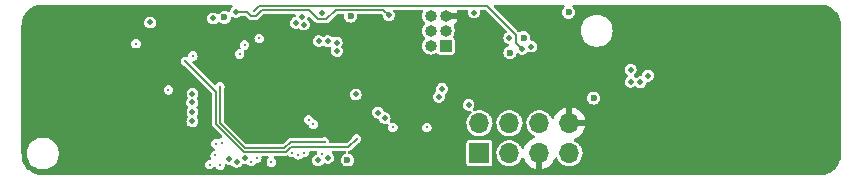
<source format=gbr>
G04 #@! TF.GenerationSoftware,KiCad,Pcbnew,(6.0.7)*
G04 #@! TF.CreationDate,2022-12-21T15:12:10+11:00*
G04 #@! TF.ProjectId,owts,6f777473-2e6b-4696-9361-645f70636258,0.0.2*
G04 #@! TF.SameCoordinates,Original*
G04 #@! TF.FileFunction,Copper,L3,Inr*
G04 #@! TF.FilePolarity,Positive*
%FSLAX46Y46*%
G04 Gerber Fmt 4.6, Leading zero omitted, Abs format (unit mm)*
G04 Created by KiCad (PCBNEW (6.0.7)) date 2022-12-21 15:12:10*
%MOMM*%
%LPD*%
G01*
G04 APERTURE LIST*
G04 #@! TA.AperFunction,ComponentPad*
%ADD10R,1.700000X1.700000*%
G04 #@! TD*
G04 #@! TA.AperFunction,ComponentPad*
%ADD11O,1.700000X1.700000*%
G04 #@! TD*
G04 #@! TA.AperFunction,ComponentPad*
%ADD12R,1.000000X1.000000*%
G04 #@! TD*
G04 #@! TA.AperFunction,ComponentPad*
%ADD13O,1.000000X1.000000*%
G04 #@! TD*
G04 #@! TA.AperFunction,ViaPad*
%ADD14C,0.300000*%
G04 #@! TD*
G04 #@! TA.AperFunction,ViaPad*
%ADD15C,0.500000*%
G04 #@! TD*
G04 #@! TA.AperFunction,ViaPad*
%ADD16C,0.600000*%
G04 #@! TD*
G04 #@! TA.AperFunction,Conductor*
%ADD17C,0.160000*%
G04 #@! TD*
G04 APERTURE END LIST*
D10*
X73075000Y-112875000D03*
D11*
X73075000Y-110335000D03*
X75615000Y-112875000D03*
X75615000Y-110335000D03*
X78155000Y-112875000D03*
X78155000Y-110335000D03*
X80695000Y-112875000D03*
X80695000Y-110335000D03*
D12*
X70225000Y-103775000D03*
D13*
X68955000Y-103775000D03*
X70225000Y-102505000D03*
X68955000Y-102505000D03*
X70225000Y-101235000D03*
X68955000Y-101235000D03*
D14*
X53190000Y-103715000D03*
X46740000Y-107505000D03*
X52770000Y-104475000D03*
X62675000Y-111655000D03*
X48175000Y-105100000D03*
X59960000Y-111895000D03*
X51100000Y-107250000D03*
D15*
X59410000Y-113485000D03*
X60250000Y-113265000D03*
X61000000Y-104225000D03*
X48777502Y-107850000D03*
X60980000Y-103505000D03*
X60240000Y-103385000D03*
X48756694Y-108572751D03*
X59720000Y-101035000D03*
X59450000Y-103375000D03*
X48777502Y-109400000D03*
X58025000Y-101305000D03*
X57539058Y-101844058D03*
D14*
X48800000Y-104650000D03*
D15*
X48775000Y-110175000D03*
X58219495Y-101985505D03*
X40400000Y-101805000D03*
X56421558Y-105501558D03*
X41200000Y-106405000D03*
X55000000Y-109005000D03*
X55225000Y-101505000D03*
D16*
X97225000Y-113355000D03*
D15*
X48100000Y-101400000D03*
X55836667Y-111879500D03*
X45600000Y-109405000D03*
D16*
X63747086Y-103224968D03*
D14*
X58730000Y-113195000D03*
D16*
X100125000Y-101105000D03*
X97525000Y-104955000D03*
D15*
X41800000Y-101805000D03*
D16*
X63475156Y-111780000D03*
X67050000Y-108580000D03*
D15*
X52700000Y-106500000D03*
X43600000Y-101805000D03*
D16*
X84700000Y-108400000D03*
X72110000Y-105135000D03*
D15*
X62596800Y-109003200D03*
X39400000Y-104605000D03*
X35600000Y-101205000D03*
X64475000Y-107855000D03*
X39400000Y-101205000D03*
X45600000Y-106405000D03*
X41200000Y-109405000D03*
D16*
X91240000Y-103075000D03*
D15*
X87600000Y-104565000D03*
D16*
X86300000Y-113100000D03*
D15*
X44600000Y-106405000D03*
X52748500Y-101745000D03*
X44600000Y-109405000D03*
X35600000Y-104605000D03*
X40400000Y-103805000D03*
D16*
X79200000Y-102175000D03*
X87510000Y-109695000D03*
D15*
X41800000Y-103805000D03*
X46766652Y-111742471D03*
D16*
X75650000Y-104365000D03*
X51478000Y-101365000D03*
X82750000Y-108200000D03*
D15*
X62600000Y-107900000D03*
X45200000Y-101805000D03*
D16*
X80620000Y-100935000D03*
D14*
X51110000Y-113875000D03*
D15*
X65050000Y-109900000D03*
D14*
X59000000Y-110415000D03*
D16*
X61880000Y-113445000D03*
X62169049Y-101254581D03*
D14*
X57230000Y-112830000D03*
X57730000Y-113005000D03*
D15*
X53220000Y-113264500D03*
X87350000Y-106309500D03*
X52510000Y-113615000D03*
X85875000Y-106830000D03*
X86700000Y-106880000D03*
X51900000Y-113335000D03*
X85867959Y-105805500D03*
D14*
X51300000Y-111995000D03*
D15*
X50530000Y-101465000D03*
X75600000Y-103100000D03*
X52470000Y-100905000D03*
X65400000Y-101204500D03*
X72610000Y-100965000D03*
X76690000Y-104025000D03*
D14*
X53950000Y-100830000D03*
X55450000Y-113625000D03*
X44000000Y-103605000D03*
X54420000Y-103155000D03*
X58610000Y-110035000D03*
X50730000Y-112065000D03*
D15*
X64475000Y-109430000D03*
D14*
X50700000Y-113065000D03*
X50230000Y-113835000D03*
X53750000Y-113580000D03*
D15*
X69897645Y-107427645D03*
D14*
X54225000Y-113305000D03*
D15*
X69650000Y-108105000D03*
X77460000Y-103845000D03*
D16*
X76820000Y-103085000D03*
D15*
X72148442Y-108778442D03*
D14*
X58230000Y-112830000D03*
X59730000Y-112915000D03*
X68620000Y-110695000D03*
X65750000Y-110695000D03*
D17*
X50790000Y-107715000D02*
X48175000Y-105100000D01*
X61985000Y-112345000D02*
X57085000Y-112345000D01*
X53116594Y-112755000D02*
X50790000Y-110428406D01*
X50790000Y-110428406D02*
X50790000Y-107715000D01*
X57085000Y-112345000D02*
X56675000Y-112755000D01*
X56675000Y-112755000D02*
X53116594Y-112755000D01*
X62675000Y-111655000D02*
X61985000Y-112345000D01*
X59960000Y-111895000D02*
X57096594Y-111895000D01*
X51100000Y-110300000D02*
X51100000Y-107250000D01*
X57096594Y-111895000D02*
X56546594Y-112445000D01*
X56546594Y-112445000D02*
X53245000Y-112445000D01*
X53245000Y-112445000D02*
X51100000Y-110300000D01*
X54150000Y-101280000D02*
X53763603Y-101280000D01*
X53763603Y-101280000D02*
X53388603Y-100905000D01*
X64920081Y-100724581D02*
X60905419Y-100724581D01*
X59405000Y-101535000D02*
X58625000Y-100755000D01*
X60095000Y-101535000D02*
X59405000Y-101535000D01*
X54675000Y-100755000D02*
X54150000Y-101280000D01*
X53388603Y-100905000D02*
X52470000Y-100905000D01*
X65400000Y-101204500D02*
X64920081Y-100724581D01*
X60905419Y-100724581D02*
X60095000Y-101535000D01*
X58625000Y-100755000D02*
X54675000Y-100755000D01*
X76190000Y-102875000D02*
X76190000Y-103525000D01*
X73695000Y-100380000D02*
X76190000Y-102875000D01*
X53950000Y-100830000D02*
X54395000Y-100385000D01*
X54395000Y-100385000D02*
X54395000Y-100380000D01*
X76190000Y-103525000D02*
X76690000Y-104025000D01*
X54395000Y-100380000D02*
X73695000Y-100380000D01*
G04 #@! TA.AperFunction,Conductor*
G36*
X52127736Y-100320502D02*
G01*
X52174229Y-100374158D01*
X52184333Y-100444432D01*
X52154839Y-100509012D01*
X52146529Y-100517249D01*
X52142280Y-100519930D01*
X52136338Y-100526658D01*
X52136337Y-100526659D01*
X52127499Y-100536666D01*
X52047377Y-100627388D01*
X51986447Y-100757163D01*
X51979858Y-100799480D01*
X51976833Y-100818911D01*
X51946589Y-100883144D01*
X51886420Y-100920829D01*
X51815428Y-100920001D01*
X51775632Y-100899491D01*
X51755625Y-100884139D01*
X51621709Y-100828670D01*
X51478000Y-100809750D01*
X51334291Y-100828670D01*
X51200375Y-100884139D01*
X51085379Y-100972379D01*
X51024973Y-101051101D01*
X50967638Y-101092966D01*
X50896767Y-101097188D01*
X50856485Y-101080129D01*
X50742095Y-101005985D01*
X50604739Y-100964907D01*
X50595763Y-100964852D01*
X50595762Y-100964852D01*
X50535555Y-100964484D01*
X50461376Y-100964031D01*
X50323529Y-101003428D01*
X50202280Y-101079930D01*
X50196338Y-101086658D01*
X50196337Y-101086659D01*
X50191555Y-101092074D01*
X50107377Y-101187388D01*
X50046447Y-101317163D01*
X50039561Y-101361390D01*
X50025783Y-101449885D01*
X50024391Y-101458823D01*
X50025555Y-101467725D01*
X50025555Y-101467728D01*
X50031912Y-101516340D01*
X50042980Y-101600979D01*
X50070306Y-101663082D01*
X50084888Y-101696221D01*
X50100720Y-101732203D01*
X50106497Y-101739076D01*
X50106498Y-101739077D01*
X50180533Y-101827152D01*
X50192970Y-101841948D01*
X50229804Y-101866467D01*
X50304826Y-101916406D01*
X50312313Y-101921390D01*
X50449157Y-101964142D01*
X50458129Y-101964306D01*
X50458132Y-101964307D01*
X50523463Y-101965504D01*
X50592499Y-101966770D01*
X50601533Y-101964307D01*
X50722158Y-101931421D01*
X50722160Y-101931420D01*
X50730817Y-101929060D01*
X50852991Y-101854045D01*
X50921789Y-101778037D01*
X50982331Y-101740957D01*
X51053311Y-101742494D01*
X51091908Y-101762631D01*
X51200375Y-101845861D01*
X51334291Y-101901330D01*
X51478000Y-101920250D01*
X51621709Y-101901330D01*
X51755625Y-101845861D01*
X51870621Y-101757621D01*
X51958861Y-101642625D01*
X52014330Y-101508709D01*
X52024941Y-101428109D01*
X52053663Y-101363183D01*
X52112928Y-101324091D01*
X52183920Y-101323246D01*
X52219682Y-101339669D01*
X52239183Y-101352650D01*
X52252313Y-101361390D01*
X52389157Y-101404142D01*
X52398129Y-101404306D01*
X52398132Y-101404307D01*
X52463463Y-101405504D01*
X52532499Y-101406770D01*
X52541533Y-101404307D01*
X52662158Y-101371421D01*
X52662160Y-101371420D01*
X52670817Y-101369060D01*
X52744788Y-101323642D01*
X52785343Y-101298741D01*
X52785344Y-101298741D01*
X52792991Y-101294045D01*
X52808470Y-101276944D01*
X52869012Y-101239864D01*
X52901884Y-101235500D01*
X53199515Y-101235500D01*
X53267636Y-101255502D01*
X53288610Y-101272405D01*
X53515812Y-101499607D01*
X53523239Y-101507711D01*
X53547885Y-101537083D01*
X53557430Y-101542594D01*
X53557434Y-101542597D01*
X53581091Y-101556255D01*
X53590361Y-101562161D01*
X53612740Y-101577831D01*
X53612744Y-101577833D01*
X53621773Y-101584155D01*
X53632418Y-101587008D01*
X53635779Y-101588575D01*
X53639274Y-101589847D01*
X53648822Y-101595359D01*
X53678930Y-101600668D01*
X53686583Y-101602017D01*
X53697316Y-101604397D01*
X53715238Y-101609199D01*
X53734353Y-101614321D01*
X53745338Y-101613360D01*
X53745340Y-101613360D01*
X53772538Y-101610980D01*
X53783520Y-101610500D01*
X54130082Y-101610500D01*
X54141064Y-101610980D01*
X54168264Y-101613360D01*
X54168265Y-101613360D01*
X54179249Y-101614321D01*
X54189900Y-101611467D01*
X54189902Y-101611467D01*
X54216290Y-101604397D01*
X54227018Y-101602019D01*
X54253924Y-101597274D01*
X54253927Y-101597273D01*
X54264781Y-101595359D01*
X54274327Y-101589848D01*
X54277814Y-101588579D01*
X54281182Y-101587009D01*
X54291830Y-101584155D01*
X54300859Y-101577833D01*
X54300863Y-101577831D01*
X54323242Y-101562161D01*
X54332512Y-101556255D01*
X54356169Y-101542597D01*
X54356173Y-101542594D01*
X54365718Y-101537083D01*
X54390364Y-101507711D01*
X54397791Y-101499607D01*
X54774993Y-101122405D01*
X54837305Y-101088379D01*
X54864088Y-101085500D01*
X57405469Y-101085500D01*
X57473590Y-101105502D01*
X57520083Y-101159158D01*
X57529969Y-101230884D01*
X57527555Y-101246392D01*
X57526855Y-101250885D01*
X57496612Y-101315117D01*
X57436980Y-101352650D01*
X57384102Y-101367763D01*
X57332587Y-101382486D01*
X57211338Y-101458988D01*
X57205396Y-101465716D01*
X57205395Y-101465717D01*
X57182097Y-101492097D01*
X57116435Y-101566446D01*
X57055505Y-101696221D01*
X57047237Y-101749327D01*
X57035119Y-101827157D01*
X57033449Y-101837881D01*
X57034613Y-101846783D01*
X57034613Y-101846786D01*
X57041746Y-101901330D01*
X57052038Y-101980037D01*
X57109778Y-102111261D01*
X57115555Y-102118134D01*
X57115556Y-102118135D01*
X57164039Y-102175813D01*
X57202028Y-102221006D01*
X57209505Y-102225983D01*
X57262696Y-102261390D01*
X57321371Y-102300448D01*
X57458215Y-102343200D01*
X57467187Y-102343364D01*
X57467190Y-102343365D01*
X57532521Y-102344562D01*
X57601557Y-102345828D01*
X57611197Y-102343200D01*
X57739875Y-102308118D01*
X57740808Y-102311542D01*
X57794389Y-102304909D01*
X57858378Y-102335664D01*
X57870458Y-102348168D01*
X57882465Y-102362453D01*
X58001808Y-102441895D01*
X58138652Y-102484647D01*
X58147624Y-102484811D01*
X58147627Y-102484812D01*
X58212958Y-102486009D01*
X58281994Y-102487275D01*
X58291028Y-102484812D01*
X58411653Y-102451926D01*
X58411655Y-102451925D01*
X58420312Y-102449565D01*
X58542486Y-102374550D01*
X58638695Y-102268259D01*
X58684995Y-102172695D01*
X58697290Y-102147319D01*
X58697290Y-102147318D01*
X58701205Y-102139238D01*
X58724991Y-101997859D01*
X58725142Y-101985505D01*
X58715797Y-101920250D01*
X58706091Y-101852473D01*
X58706090Y-101852470D01*
X58704818Y-101843587D01*
X58700947Y-101835072D01*
X58675015Y-101778038D01*
X58645479Y-101713077D01*
X58609155Y-101670921D01*
X58557752Y-101611265D01*
X58557751Y-101611264D01*
X58551895Y-101604468D01*
X58544368Y-101599589D01*
X58541071Y-101596713D01*
X58502888Y-101536859D01*
X58503851Y-101464633D01*
X58506710Y-101458733D01*
X58508441Y-101448448D01*
X58515867Y-101404307D01*
X58517235Y-101396172D01*
X58548262Y-101332315D01*
X58608887Y-101295368D01*
X58679863Y-101297063D01*
X58730584Y-101327982D01*
X59157209Y-101754607D01*
X59164636Y-101762711D01*
X59189282Y-101792083D01*
X59198827Y-101797594D01*
X59198831Y-101797597D01*
X59222488Y-101811255D01*
X59231758Y-101817161D01*
X59254137Y-101832831D01*
X59254141Y-101832833D01*
X59263170Y-101839155D01*
X59273818Y-101842009D01*
X59277186Y-101843579D01*
X59280673Y-101844848D01*
X59290219Y-101850359D01*
X59301073Y-101852273D01*
X59301076Y-101852274D01*
X59327982Y-101857019D01*
X59338710Y-101859397D01*
X59365104Y-101866469D01*
X59365108Y-101866469D01*
X59375751Y-101869321D01*
X59386726Y-101868361D01*
X59386727Y-101868361D01*
X59413951Y-101865979D01*
X59424932Y-101865500D01*
X60075082Y-101865500D01*
X60086064Y-101865980D01*
X60113264Y-101868360D01*
X60113265Y-101868360D01*
X60124249Y-101869321D01*
X60134900Y-101866467D01*
X60134902Y-101866467D01*
X60161290Y-101859397D01*
X60172018Y-101857019D01*
X60198924Y-101852274D01*
X60198927Y-101852273D01*
X60209781Y-101850359D01*
X60219327Y-101844848D01*
X60222814Y-101843579D01*
X60226182Y-101842009D01*
X60236830Y-101839155D01*
X60245859Y-101832833D01*
X60245863Y-101832831D01*
X60268242Y-101817161D01*
X60277512Y-101811255D01*
X60301169Y-101797597D01*
X60301173Y-101797594D01*
X60310718Y-101792083D01*
X60335364Y-101762711D01*
X60342791Y-101754607D01*
X61005412Y-101091986D01*
X61067724Y-101057960D01*
X61094507Y-101055081D01*
X61496388Y-101055081D01*
X61564509Y-101075083D01*
X61611002Y-101128739D01*
X61621310Y-101197527D01*
X61614877Y-101246392D01*
X61613799Y-101254581D01*
X61632719Y-101398290D01*
X61688188Y-101532206D01*
X61776428Y-101647202D01*
X61891424Y-101735442D01*
X62025340Y-101790911D01*
X62169049Y-101809831D01*
X62312758Y-101790911D01*
X62446674Y-101735442D01*
X62561670Y-101647202D01*
X62649910Y-101532206D01*
X62705379Y-101398290D01*
X62724299Y-101254581D01*
X62723221Y-101246392D01*
X62716788Y-101197527D01*
X62727727Y-101127378D01*
X62774856Y-101074280D01*
X62841710Y-101055081D01*
X64730993Y-101055081D01*
X64799114Y-101075083D01*
X64820088Y-101091986D01*
X64859285Y-101131183D01*
X64893311Y-101193495D01*
X64895125Y-101203933D01*
X64912980Y-101340479D01*
X64931464Y-101382486D01*
X64960488Y-101448448D01*
X64970720Y-101471703D01*
X64976497Y-101478576D01*
X64976498Y-101478577D01*
X65057190Y-101574572D01*
X65062970Y-101581448D01*
X65097552Y-101604468D01*
X65140582Y-101633111D01*
X65182313Y-101660890D01*
X65190888Y-101663569D01*
X65206864Y-101668560D01*
X65319157Y-101703642D01*
X65328129Y-101703806D01*
X65328132Y-101703807D01*
X65393463Y-101705004D01*
X65462499Y-101706270D01*
X65471533Y-101703807D01*
X65592158Y-101670921D01*
X65592160Y-101670920D01*
X65600817Y-101668560D01*
X65722991Y-101593545D01*
X65735050Y-101580223D01*
X65813178Y-101493907D01*
X65819200Y-101487254D01*
X65871154Y-101380020D01*
X65877795Y-101366314D01*
X65877795Y-101366313D01*
X65881710Y-101358233D01*
X65905496Y-101216854D01*
X65905647Y-101204500D01*
X65894797Y-101128739D01*
X65886596Y-101071468D01*
X65886595Y-101071465D01*
X65885323Y-101062582D01*
X65825984Y-100932072D01*
X65814504Y-100918749D01*
X65785189Y-100854087D01*
X65795487Y-100783841D01*
X65842128Y-100730314D01*
X65909956Y-100710500D01*
X68169841Y-100710500D01*
X68237962Y-100730502D01*
X68284455Y-100784158D01*
X68294559Y-100854432D01*
X68282701Y-100892524D01*
X68282332Y-100893266D01*
X68278515Y-100899190D01*
X68220927Y-101057409D01*
X68199825Y-101224455D01*
X68200512Y-101231462D01*
X68200512Y-101231465D01*
X68205462Y-101281948D01*
X68216255Y-101392025D01*
X68269402Y-101551791D01*
X68273049Y-101557813D01*
X68273050Y-101557815D01*
X68351950Y-101688094D01*
X68356624Y-101695812D01*
X68361513Y-101700875D01*
X68361514Y-101700876D01*
X68366564Y-101706105D01*
X68436030Y-101778038D01*
X68440778Y-101782955D01*
X68473711Y-101845852D01*
X68467411Y-101916568D01*
X68438300Y-101960506D01*
X68382207Y-102015437D01*
X68369724Y-102027661D01*
X68278515Y-102169190D01*
X68220927Y-102327409D01*
X68199825Y-102494455D01*
X68200512Y-102501462D01*
X68200512Y-102501465D01*
X68205609Y-102553447D01*
X68216255Y-102662025D01*
X68269402Y-102821791D01*
X68273049Y-102827813D01*
X68273050Y-102827815D01*
X68352107Y-102958353D01*
X68356624Y-102965812D01*
X68361513Y-102970875D01*
X68361514Y-102970876D01*
X68383809Y-102993963D01*
X68440502Y-103052669D01*
X68440778Y-103052955D01*
X68473711Y-103115852D01*
X68467411Y-103186568D01*
X68438300Y-103230506D01*
X68395469Y-103272450D01*
X68369724Y-103297661D01*
X68278515Y-103439190D01*
X68276105Y-103445810D01*
X68276104Y-103445813D01*
X68260913Y-103487550D01*
X68220927Y-103597409D01*
X68199825Y-103764455D01*
X68200512Y-103771462D01*
X68200512Y-103771465D01*
X68206679Y-103834364D01*
X68216255Y-103932025D01*
X68269402Y-104091791D01*
X68273049Y-104097813D01*
X68273050Y-104097815D01*
X68347830Y-104221291D01*
X68356624Y-104235812D01*
X68361513Y-104240875D01*
X68361514Y-104240876D01*
X68365971Y-104245491D01*
X68473586Y-104356929D01*
X68479483Y-104360788D01*
X68608577Y-104445266D01*
X68608581Y-104445268D01*
X68614475Y-104449125D01*
X68772289Y-104507815D01*
X68779270Y-104508746D01*
X68779272Y-104508747D01*
X68824812Y-104514823D01*
X68939183Y-104530083D01*
X68946194Y-104529445D01*
X68946198Y-104529445D01*
X69099843Y-104515462D01*
X69106864Y-104514823D01*
X69113566Y-104512645D01*
X69113568Y-104512645D01*
X69260298Y-104464970D01*
X69260301Y-104464969D01*
X69266997Y-104462793D01*
X69366022Y-104403762D01*
X69434776Y-104386062D01*
X69502185Y-104408344D01*
X69535306Y-104441992D01*
X69544399Y-104455601D01*
X69554714Y-104462493D01*
X69610365Y-104499677D01*
X69627260Y-104510966D01*
X69700326Y-104525500D01*
X70749674Y-104525500D01*
X70822740Y-104510966D01*
X70839636Y-104499677D01*
X70895286Y-104462493D01*
X70905601Y-104455601D01*
X70960966Y-104372740D01*
X70975500Y-104299674D01*
X70975500Y-103250326D01*
X70960966Y-103177260D01*
X70936096Y-103140038D01*
X70917186Y-103111737D01*
X70905601Y-103094399D01*
X70895286Y-103087507D01*
X70895281Y-103087502D01*
X70891595Y-103085039D01*
X70846068Y-103030561D01*
X70837222Y-102960118D01*
X70856651Y-102910548D01*
X70892836Y-102856085D01*
X70896731Y-102850223D01*
X70905572Y-102826950D01*
X70954019Y-102699409D01*
X70956521Y-102692823D01*
X70979955Y-102526088D01*
X70980249Y-102505000D01*
X70964871Y-102367896D01*
X70962266Y-102344672D01*
X70962265Y-102344669D01*
X70961481Y-102337676D01*
X70906108Y-102178668D01*
X70883685Y-102142783D01*
X70864550Y-102074414D01*
X70885416Y-102006553D01*
X70912968Y-101976724D01*
X70918647Y-101972287D01*
X70927527Y-101963831D01*
X71048643Y-101823517D01*
X71055711Y-101813497D01*
X71147262Y-101652337D01*
X71152256Y-101641121D01*
X71197142Y-101506190D01*
X71197643Y-101492097D01*
X71191454Y-101489000D01*
X70097000Y-101489000D01*
X70028879Y-101468998D01*
X69982386Y-101415342D01*
X69971000Y-101363000D01*
X69971000Y-101107000D01*
X69991002Y-101038879D01*
X70044658Y-100992386D01*
X70097000Y-100981000D01*
X71183183Y-100981000D01*
X71196714Y-100977027D01*
X71197806Y-100969432D01*
X71168666Y-100872918D01*
X71168125Y-100801924D01*
X71206052Y-100741907D01*
X71270407Y-100711923D01*
X71289288Y-100710500D01*
X71995918Y-100710500D01*
X72064039Y-100730502D01*
X72110532Y-100784158D01*
X72120418Y-100855884D01*
X72105884Y-100949237D01*
X72104391Y-100958823D01*
X72105555Y-100967725D01*
X72105555Y-100967728D01*
X72110224Y-101003428D01*
X72122980Y-101100979D01*
X72147702Y-101157163D01*
X72175919Y-101221291D01*
X72180720Y-101232203D01*
X72186497Y-101239076D01*
X72186498Y-101239077D01*
X72241144Y-101304086D01*
X72272970Y-101341948D01*
X72317246Y-101371421D01*
X72366802Y-101404408D01*
X72392313Y-101421390D01*
X72529157Y-101464142D01*
X72538129Y-101464306D01*
X72538132Y-101464307D01*
X72603463Y-101465504D01*
X72672499Y-101466770D01*
X72681533Y-101464307D01*
X72802158Y-101431421D01*
X72802160Y-101431420D01*
X72810817Y-101429060D01*
X72932991Y-101354045D01*
X72940287Y-101345985D01*
X73015609Y-101262769D01*
X73029200Y-101247754D01*
X73066578Y-101170605D01*
X73087795Y-101126814D01*
X73087795Y-101126813D01*
X73091710Y-101118733D01*
X73115496Y-100977354D01*
X73115647Y-100965000D01*
X73099802Y-100854360D01*
X73109946Y-100784093D01*
X73156469Y-100730464D01*
X73224530Y-100710500D01*
X73505912Y-100710500D01*
X73574033Y-100730502D01*
X73595007Y-100747405D01*
X75338737Y-102491135D01*
X75372763Y-102553447D01*
X75367698Y-102624262D01*
X75325151Y-102681098D01*
X75316876Y-102686792D01*
X75279875Y-102710137D01*
X75279871Y-102710141D01*
X75272280Y-102714930D01*
X75266338Y-102721658D01*
X75266337Y-102721659D01*
X75241742Y-102749508D01*
X75177377Y-102822388D01*
X75116447Y-102952163D01*
X75108235Y-103004907D01*
X75097040Y-103076812D01*
X75094391Y-103093823D01*
X75095555Y-103102725D01*
X75095555Y-103102728D01*
X75098332Y-103123963D01*
X75112980Y-103235979D01*
X75134093Y-103283961D01*
X75160910Y-103344907D01*
X75170720Y-103367203D01*
X75176497Y-103374076D01*
X75176498Y-103374077D01*
X75177687Y-103375491D01*
X75262970Y-103476948D01*
X75270447Y-103481925D01*
X75360176Y-103541654D01*
X75382313Y-103556390D01*
X75492411Y-103590786D01*
X75495986Y-103591903D01*
X75555043Y-103631308D01*
X75583421Y-103696387D01*
X75572109Y-103766477D01*
X75524700Y-103819324D01*
X75505801Y-103827488D01*
X75506291Y-103828670D01*
X75372375Y-103884139D01*
X75257379Y-103972379D01*
X75169139Y-104087375D01*
X75113670Y-104221291D01*
X75094750Y-104365000D01*
X75113670Y-104508709D01*
X75169139Y-104642625D01*
X75257379Y-104757621D01*
X75372375Y-104845861D01*
X75506291Y-104901330D01*
X75650000Y-104920250D01*
X75793709Y-104901330D01*
X75927625Y-104845861D01*
X76042621Y-104757621D01*
X76130861Y-104642625D01*
X76179708Y-104524696D01*
X76183171Y-104516336D01*
X76183171Y-104516335D01*
X76186330Y-104508709D01*
X76187407Y-104500527D01*
X76189459Y-104492870D01*
X76226411Y-104432248D01*
X76290273Y-104401227D01*
X76360767Y-104409657D01*
X76380984Y-104420596D01*
X76464836Y-104476413D01*
X76472313Y-104481390D01*
X76480888Y-104484069D01*
X76496864Y-104489060D01*
X76609157Y-104524142D01*
X76618129Y-104524306D01*
X76618132Y-104524307D01*
X76683228Y-104525500D01*
X76752499Y-104526770D01*
X76761533Y-104524307D01*
X76882158Y-104491421D01*
X76882160Y-104491420D01*
X76890817Y-104489060D01*
X77012991Y-104414045D01*
X77091287Y-104327545D01*
X77151829Y-104290464D01*
X77222809Y-104292001D01*
X77236085Y-104297244D01*
X77242313Y-104301390D01*
X77250880Y-104304066D01*
X77250881Y-104304067D01*
X77274421Y-104311421D01*
X77379157Y-104344142D01*
X77388129Y-104344306D01*
X77388132Y-104344307D01*
X77453463Y-104345504D01*
X77522499Y-104346770D01*
X77531533Y-104344307D01*
X77652158Y-104311421D01*
X77652160Y-104311420D01*
X77660817Y-104309060D01*
X77782991Y-104234045D01*
X77801443Y-104213660D01*
X77873178Y-104134407D01*
X77879200Y-104127754D01*
X77922313Y-104038769D01*
X77937795Y-104006814D01*
X77937795Y-104006813D01*
X77941710Y-103998733D01*
X77965496Y-103857354D01*
X77965647Y-103845000D01*
X77954112Y-103764455D01*
X77946596Y-103711968D01*
X77946595Y-103711965D01*
X77945323Y-103703082D01*
X77938730Y-103688580D01*
X77921134Y-103649881D01*
X77885984Y-103572572D01*
X77838405Y-103517354D01*
X77798260Y-103470763D01*
X77798257Y-103470760D01*
X77792400Y-103463963D01*
X77672095Y-103385985D01*
X77534739Y-103344907D01*
X77525763Y-103344852D01*
X77525762Y-103344852D01*
X77505868Y-103344731D01*
X77483978Y-103344597D01*
X77415981Y-103324179D01*
X77369817Y-103270240D01*
X77359826Y-103202152D01*
X77362762Y-103179856D01*
X77375250Y-103085000D01*
X77356330Y-102941291D01*
X77300861Y-102807375D01*
X77212621Y-102692379D01*
X77097625Y-102604139D01*
X76963709Y-102548670D01*
X76820000Y-102529750D01*
X76676291Y-102548670D01*
X76542375Y-102604139D01*
X76535822Y-102609167D01*
X76528673Y-102613295D01*
X76526952Y-102610314D01*
X76475543Y-102630141D01*
X76406006Y-102615822D01*
X76376063Y-102593665D01*
X76282398Y-102500000D01*
X81644341Y-102500000D01*
X81664937Y-102735408D01*
X81666361Y-102740722D01*
X81666361Y-102740723D01*
X81723016Y-102952163D01*
X81726097Y-102963663D01*
X81728419Y-102968643D01*
X81728420Y-102968645D01*
X81815320Y-103155000D01*
X81825965Y-103177829D01*
X81961505Y-103371401D01*
X82128599Y-103538495D01*
X82322171Y-103674035D01*
X82327149Y-103676356D01*
X82327152Y-103676358D01*
X82531355Y-103771580D01*
X82536337Y-103773903D01*
X82541645Y-103775325D01*
X82541647Y-103775326D01*
X82750884Y-103831390D01*
X82764592Y-103835063D01*
X82867529Y-103844069D01*
X82938310Y-103850262D01*
X82938317Y-103850262D01*
X82941034Y-103850500D01*
X83058966Y-103850500D01*
X83061683Y-103850262D01*
X83061690Y-103850262D01*
X83132471Y-103844069D01*
X83235408Y-103835063D01*
X83249116Y-103831390D01*
X83458353Y-103775326D01*
X83458355Y-103775325D01*
X83463663Y-103773903D01*
X83468645Y-103771580D01*
X83672848Y-103676358D01*
X83672851Y-103676356D01*
X83677829Y-103674035D01*
X83871401Y-103538495D01*
X84038495Y-103371401D01*
X84041655Y-103366889D01*
X84170878Y-103182339D01*
X84170881Y-103182334D01*
X84174035Y-103177830D01*
X84176358Y-103172848D01*
X84176361Y-103172843D01*
X84271580Y-102968645D01*
X84271581Y-102968644D01*
X84273903Y-102963663D01*
X84276985Y-102952163D01*
X84333639Y-102740723D01*
X84333639Y-102740722D01*
X84335063Y-102735408D01*
X84355659Y-102500000D01*
X84335063Y-102264592D01*
X84333639Y-102259277D01*
X84275326Y-102041647D01*
X84275325Y-102041645D01*
X84273903Y-102036337D01*
X84264157Y-102015437D01*
X84176358Y-101827152D01*
X84176356Y-101827149D01*
X84174035Y-101822171D01*
X84038495Y-101628599D01*
X83871401Y-101461505D01*
X83677829Y-101325965D01*
X83672851Y-101323644D01*
X83672848Y-101323642D01*
X83468645Y-101228420D01*
X83468643Y-101228419D01*
X83463663Y-101226097D01*
X83458355Y-101224675D01*
X83458353Y-101224674D01*
X83240723Y-101166361D01*
X83240722Y-101166361D01*
X83235408Y-101164937D01*
X83132318Y-101155918D01*
X83061690Y-101149738D01*
X83061683Y-101149738D01*
X83058966Y-101149500D01*
X82941034Y-101149500D01*
X82938317Y-101149738D01*
X82938310Y-101149738D01*
X82867682Y-101155918D01*
X82764592Y-101164937D01*
X82759278Y-101166361D01*
X82759277Y-101166361D01*
X82541647Y-101224674D01*
X82541645Y-101224675D01*
X82536337Y-101226097D01*
X82531357Y-101228419D01*
X82531355Y-101228420D01*
X82327152Y-101323642D01*
X82327149Y-101323644D01*
X82322171Y-101325965D01*
X82128599Y-101461505D01*
X81961505Y-101628599D01*
X81958348Y-101633107D01*
X81958346Y-101633110D01*
X81834605Y-101809831D01*
X81825965Y-101822170D01*
X81823642Y-101827152D01*
X81823639Y-101827157D01*
X81737979Y-102010855D01*
X81726097Y-102036337D01*
X81724675Y-102041645D01*
X81724674Y-102041647D01*
X81666361Y-102259277D01*
X81664937Y-102264592D01*
X81644341Y-102500000D01*
X76282398Y-102500000D01*
X74297993Y-100515595D01*
X74263967Y-100453283D01*
X74269032Y-100382468D01*
X74311579Y-100325632D01*
X74378099Y-100300821D01*
X74387088Y-100300500D01*
X80171418Y-100300500D01*
X80239539Y-100320502D01*
X80286032Y-100374158D01*
X80296136Y-100444432D01*
X80266642Y-100509012D01*
X80248126Y-100526459D01*
X80227379Y-100542379D01*
X80139139Y-100657375D01*
X80083670Y-100791291D01*
X80064750Y-100935000D01*
X80083670Y-101078709D01*
X80139139Y-101212625D01*
X80227379Y-101327621D01*
X80342375Y-101415861D01*
X80476291Y-101471330D01*
X80620000Y-101490250D01*
X80763709Y-101471330D01*
X80897625Y-101415861D01*
X81012621Y-101327621D01*
X81100861Y-101212625D01*
X81156330Y-101078709D01*
X81175250Y-100935000D01*
X81156330Y-100791291D01*
X81100861Y-100657375D01*
X81012621Y-100542379D01*
X80991876Y-100526461D01*
X80950010Y-100469123D01*
X80945789Y-100398252D01*
X80980554Y-100336350D01*
X81043267Y-100303069D01*
X81068582Y-100300500D01*
X101962683Y-100300500D01*
X101984563Y-100302414D01*
X101989145Y-100303222D01*
X102000000Y-100305136D01*
X102010855Y-100303222D01*
X102021878Y-100303222D01*
X102021878Y-100303587D01*
X102034236Y-100302949D01*
X102130210Y-100309813D01*
X102232881Y-100317156D01*
X102250669Y-100319713D01*
X102418867Y-100356303D01*
X102469996Y-100367426D01*
X102487245Y-100372490D01*
X102697560Y-100450933D01*
X102713906Y-100458398D01*
X102910913Y-100565973D01*
X102926030Y-100575688D01*
X102952973Y-100595857D01*
X103105725Y-100710206D01*
X103119311Y-100721979D01*
X103278021Y-100880689D01*
X103289794Y-100894275D01*
X103308115Y-100918749D01*
X103421730Y-101070520D01*
X103424310Y-101073967D01*
X103434027Y-101089087D01*
X103534127Y-101272405D01*
X103541600Y-101286090D01*
X103549067Y-101302440D01*
X103596929Y-101430763D01*
X103627510Y-101512756D01*
X103632574Y-101530004D01*
X103679944Y-101747754D01*
X103680286Y-101749327D01*
X103682844Y-101767119D01*
X103686743Y-101821630D01*
X103697051Y-101965764D01*
X103696413Y-101978122D01*
X103696778Y-101978122D01*
X103696778Y-101989145D01*
X103694864Y-102000000D01*
X103696778Y-102010855D01*
X103697586Y-102015437D01*
X103699500Y-102037317D01*
X103699500Y-112962683D01*
X103697586Y-112984563D01*
X103694864Y-113000000D01*
X103696778Y-113010855D01*
X103696778Y-113021878D01*
X103696413Y-113021878D01*
X103697051Y-113034236D01*
X103691344Y-113114031D01*
X103682894Y-113232198D01*
X103682845Y-113232877D01*
X103680287Y-113250669D01*
X103649836Y-113390646D01*
X103632574Y-113469996D01*
X103627510Y-113487244D01*
X103627302Y-113487803D01*
X103551068Y-113692197D01*
X103549069Y-113697556D01*
X103541602Y-113713906D01*
X103435591Y-113908050D01*
X103434029Y-113910910D01*
X103424312Y-113926030D01*
X103373557Y-113993831D01*
X103289794Y-114105725D01*
X103278021Y-114119311D01*
X103119311Y-114278021D01*
X103105725Y-114289794D01*
X102926033Y-114424310D01*
X102910913Y-114434027D01*
X102713906Y-114541602D01*
X102697560Y-114549067D01*
X102527627Y-114612448D01*
X102487244Y-114627510D01*
X102469995Y-114632574D01*
X102250669Y-114680287D01*
X102232881Y-114682844D01*
X102130210Y-114690187D01*
X102034236Y-114697051D01*
X102021878Y-114696413D01*
X102021878Y-114696778D01*
X102010855Y-114696778D01*
X102000000Y-114694864D01*
X101989145Y-114696778D01*
X101984563Y-114697586D01*
X101962683Y-114699500D01*
X36037317Y-114699500D01*
X36015437Y-114697586D01*
X36010855Y-114696778D01*
X36000000Y-114694864D01*
X35989145Y-114696778D01*
X35978122Y-114696778D01*
X35978122Y-114696413D01*
X35965764Y-114697051D01*
X35869790Y-114690187D01*
X35767119Y-114682844D01*
X35749331Y-114680287D01*
X35530005Y-114632574D01*
X35512756Y-114627510D01*
X35472373Y-114612448D01*
X35302440Y-114549067D01*
X35286094Y-114541602D01*
X35089087Y-114434027D01*
X35073967Y-114424310D01*
X34894275Y-114289794D01*
X34880689Y-114278021D01*
X34721979Y-114119311D01*
X34710206Y-114105725D01*
X34626443Y-113993831D01*
X34575688Y-113926030D01*
X34565971Y-113910910D01*
X34564410Y-113908050D01*
X34458398Y-113713906D01*
X34450931Y-113697556D01*
X34448933Y-113692197D01*
X34372698Y-113487803D01*
X34372490Y-113487244D01*
X34367426Y-113469996D01*
X34350164Y-113390646D01*
X34319713Y-113250669D01*
X34317155Y-113232877D01*
X34317107Y-113232198D01*
X34308656Y-113114031D01*
X34302949Y-113034236D01*
X34303587Y-113021878D01*
X34303222Y-113021878D01*
X34303222Y-113010855D01*
X34305136Y-113000000D01*
X34302414Y-112984563D01*
X34300500Y-112962683D01*
X34300500Y-112900000D01*
X34744341Y-112900000D01*
X34764937Y-113135408D01*
X34766361Y-113140722D01*
X34766361Y-113140723D01*
X34821374Y-113346035D01*
X34826097Y-113363663D01*
X34828419Y-113368643D01*
X34828420Y-113368645D01*
X34913712Y-113551552D01*
X34925965Y-113577829D01*
X35061505Y-113771401D01*
X35228599Y-113938495D01*
X35422171Y-114074035D01*
X35427149Y-114076356D01*
X35427152Y-114076358D01*
X35622713Y-114167550D01*
X35636337Y-114173903D01*
X35641645Y-114175325D01*
X35641647Y-114175326D01*
X35859277Y-114233639D01*
X35864592Y-114235063D01*
X35967682Y-114244082D01*
X36038310Y-114250262D01*
X36038317Y-114250262D01*
X36041034Y-114250500D01*
X36158966Y-114250500D01*
X36161683Y-114250262D01*
X36161690Y-114250262D01*
X36232318Y-114244082D01*
X36335408Y-114235063D01*
X36340723Y-114233639D01*
X36558353Y-114175326D01*
X36558355Y-114175325D01*
X36563663Y-114173903D01*
X36577287Y-114167550D01*
X36772848Y-114076358D01*
X36772851Y-114076356D01*
X36777829Y-114074035D01*
X36971401Y-113938495D01*
X37138495Y-113771401D01*
X37141655Y-113766889D01*
X37270878Y-113582339D01*
X37270881Y-113582334D01*
X37274035Y-113577830D01*
X37276358Y-113572848D01*
X37276361Y-113572843D01*
X37371580Y-113368645D01*
X37371581Y-113368644D01*
X37373903Y-113363663D01*
X37378627Y-113346035D01*
X37433639Y-113140723D01*
X37433639Y-113140722D01*
X37435063Y-113135408D01*
X37455659Y-112900000D01*
X37435063Y-112664592D01*
X37430927Y-112649155D01*
X37375326Y-112441647D01*
X37375325Y-112441645D01*
X37373903Y-112436337D01*
X37357188Y-112400492D01*
X37276358Y-112227152D01*
X37276356Y-112227149D01*
X37274035Y-112222171D01*
X37138495Y-112028599D01*
X36971401Y-111861505D01*
X36777829Y-111725965D01*
X36772851Y-111723644D01*
X36772848Y-111723642D01*
X36568645Y-111628420D01*
X36568643Y-111628419D01*
X36563663Y-111626097D01*
X36558355Y-111624675D01*
X36558353Y-111624674D01*
X36340723Y-111566361D01*
X36340722Y-111566361D01*
X36335408Y-111564937D01*
X36232318Y-111555918D01*
X36161690Y-111549738D01*
X36161683Y-111549738D01*
X36158966Y-111549500D01*
X36041034Y-111549500D01*
X36038317Y-111549738D01*
X36038310Y-111549738D01*
X35967682Y-111555918D01*
X35864592Y-111564937D01*
X35859278Y-111566361D01*
X35859277Y-111566361D01*
X35641647Y-111624674D01*
X35641645Y-111624675D01*
X35636337Y-111626097D01*
X35631357Y-111628419D01*
X35631355Y-111628420D01*
X35427152Y-111723642D01*
X35427149Y-111723644D01*
X35422171Y-111725965D01*
X35228599Y-111861505D01*
X35061505Y-112028599D01*
X35058348Y-112033107D01*
X35058346Y-112033110D01*
X34948278Y-112190304D01*
X34925965Y-112222170D01*
X34923642Y-112227152D01*
X34923639Y-112227157D01*
X34828527Y-112431126D01*
X34826097Y-112436337D01*
X34824675Y-112441645D01*
X34824674Y-112441647D01*
X34769073Y-112649155D01*
X34764937Y-112664592D01*
X34744341Y-112900000D01*
X34300500Y-112900000D01*
X34300500Y-108566574D01*
X48251085Y-108566574D01*
X48252249Y-108575476D01*
X48252249Y-108575479D01*
X48256341Y-108606770D01*
X48269674Y-108708730D01*
X48327414Y-108839954D01*
X48333191Y-108846827D01*
X48333192Y-108846828D01*
X48392586Y-108917486D01*
X48421107Y-108982502D01*
X48409951Y-109052616D01*
X48390577Y-109081967D01*
X48354879Y-109122388D01*
X48293949Y-109252163D01*
X48289608Y-109280047D01*
X48274163Y-109379245D01*
X48271893Y-109393823D01*
X48273057Y-109402725D01*
X48273057Y-109402728D01*
X48278044Y-109440862D01*
X48290482Y-109535979D01*
X48309307Y-109578762D01*
X48327791Y-109620769D01*
X48348222Y-109667203D01*
X48353999Y-109674076D01*
X48354000Y-109674077D01*
X48379525Y-109704443D01*
X48408046Y-109769459D01*
X48396888Y-109839573D01*
X48377515Y-109868924D01*
X48364869Y-109883243D01*
X48352377Y-109897388D01*
X48291447Y-110027163D01*
X48287310Y-110053733D01*
X48272242Y-110150513D01*
X48269391Y-110168823D01*
X48270555Y-110177725D01*
X48270555Y-110177728D01*
X48278685Y-110239901D01*
X48287980Y-110310979D01*
X48345720Y-110442203D01*
X48351497Y-110449076D01*
X48351498Y-110449077D01*
X48432190Y-110545072D01*
X48437970Y-110551948D01*
X48479013Y-110579269D01*
X48526559Y-110610918D01*
X48557313Y-110631390D01*
X48694157Y-110674142D01*
X48703129Y-110674306D01*
X48703132Y-110674307D01*
X48768463Y-110675504D01*
X48837499Y-110676770D01*
X48846533Y-110674307D01*
X48967158Y-110641421D01*
X48967160Y-110641420D01*
X48975817Y-110639060D01*
X49097991Y-110564045D01*
X49105297Y-110555974D01*
X49188178Y-110464407D01*
X49194200Y-110457754D01*
X49243310Y-110356390D01*
X49252795Y-110336814D01*
X49252795Y-110336813D01*
X49256710Y-110328733D01*
X49280496Y-110187354D01*
X49280647Y-110175000D01*
X49269863Y-110099696D01*
X49261596Y-110041968D01*
X49261595Y-110041965D01*
X49260323Y-110033082D01*
X49200984Y-109902572D01*
X49195126Y-109895773D01*
X49195123Y-109895769D01*
X49174500Y-109871836D01*
X49145186Y-109807174D01*
X49155485Y-109736928D01*
X49176536Y-109705035D01*
X49190677Y-109689411D01*
X49190679Y-109689409D01*
X49196702Y-109682754D01*
X49259212Y-109553733D01*
X49282998Y-109412354D01*
X49283149Y-109400000D01*
X49270676Y-109312905D01*
X49264098Y-109266968D01*
X49264097Y-109266965D01*
X49262825Y-109258082D01*
X49203486Y-109127572D01*
X49142569Y-109056874D01*
X49113255Y-108992213D01*
X49123554Y-108921967D01*
X49144606Y-108890072D01*
X49169872Y-108862158D01*
X49175894Y-108855505D01*
X49224989Y-108754172D01*
X49234489Y-108734565D01*
X49234489Y-108734564D01*
X49238404Y-108726484D01*
X49262190Y-108585105D01*
X49262341Y-108572751D01*
X49261651Y-108567930D01*
X49243290Y-108439719D01*
X49243289Y-108439716D01*
X49242017Y-108430833D01*
X49182678Y-108300323D01*
X49176819Y-108293523D01*
X49176657Y-108293270D01*
X49156807Y-108225105D01*
X49176961Y-108157029D01*
X49189392Y-108140830D01*
X49190680Y-108139407D01*
X49196702Y-108132754D01*
X49239276Y-108044881D01*
X49255297Y-108011814D01*
X49255297Y-108011813D01*
X49259212Y-108003733D01*
X49282998Y-107862354D01*
X49283149Y-107850000D01*
X49271258Y-107766968D01*
X49264098Y-107716968D01*
X49264097Y-107716965D01*
X49262825Y-107708082D01*
X49203486Y-107577572D01*
X49183801Y-107554726D01*
X49115762Y-107475763D01*
X49115759Y-107475760D01*
X49109902Y-107468963D01*
X48989597Y-107390985D01*
X48852241Y-107349907D01*
X48843265Y-107349852D01*
X48843264Y-107349852D01*
X48783057Y-107349484D01*
X48708878Y-107349031D01*
X48571031Y-107388428D01*
X48449782Y-107464930D01*
X48443840Y-107471658D01*
X48443839Y-107471659D01*
X48405745Y-107514793D01*
X48354879Y-107572388D01*
X48293949Y-107702163D01*
X48286446Y-107750353D01*
X48274452Y-107827388D01*
X48271893Y-107843823D01*
X48273057Y-107852725D01*
X48273057Y-107852728D01*
X48278431Y-107893823D01*
X48290482Y-107985979D01*
X48348222Y-108117203D01*
X48353995Y-108124070D01*
X48358635Y-108131526D01*
X48377650Y-108199928D01*
X48356665Y-108267753D01*
X48346105Y-108281513D01*
X48334071Y-108295139D01*
X48273141Y-108424914D01*
X48271760Y-108433786D01*
X48262378Y-108494045D01*
X48251085Y-108566574D01*
X34300500Y-108566574D01*
X34300500Y-107505000D01*
X46334508Y-107505000D01*
X46336059Y-107514793D01*
X46343800Y-107563665D01*
X46354354Y-107630304D01*
X46411950Y-107743342D01*
X46501658Y-107833050D01*
X46614696Y-107890646D01*
X46624485Y-107892196D01*
X46624487Y-107892197D01*
X46730207Y-107908941D01*
X46740000Y-107910492D01*
X46749793Y-107908941D01*
X46855513Y-107892197D01*
X46855515Y-107892196D01*
X46865304Y-107890646D01*
X46978342Y-107833050D01*
X47068050Y-107743342D01*
X47125646Y-107630304D01*
X47136201Y-107563665D01*
X47143941Y-107514793D01*
X47145492Y-107505000D01*
X47136127Y-107445871D01*
X47127197Y-107389487D01*
X47127196Y-107389485D01*
X47125646Y-107379696D01*
X47068050Y-107266658D01*
X46978342Y-107176950D01*
X46865304Y-107119354D01*
X46855515Y-107117804D01*
X46855513Y-107117803D01*
X46749793Y-107101059D01*
X46740000Y-107099508D01*
X46730207Y-107101059D01*
X46624487Y-107117803D01*
X46624485Y-107117804D01*
X46614696Y-107119354D01*
X46501658Y-107176950D01*
X46411950Y-107266658D01*
X46354354Y-107379696D01*
X46352804Y-107389485D01*
X46352803Y-107389487D01*
X46343873Y-107445871D01*
X46334508Y-107505000D01*
X34300500Y-107505000D01*
X34300500Y-105100000D01*
X47769508Y-105100000D01*
X47789354Y-105225304D01*
X47846950Y-105338342D01*
X47936658Y-105428050D01*
X48049696Y-105485646D01*
X48059487Y-105487197D01*
X48059488Y-105487197D01*
X48061010Y-105487438D01*
X48062383Y-105488138D01*
X48068921Y-105490262D01*
X48068585Y-105491298D01*
X48130394Y-105522792D01*
X50422595Y-107814992D01*
X50456620Y-107877304D01*
X50459500Y-107904087D01*
X50459500Y-110408488D01*
X50459020Y-110419470D01*
X50457344Y-110438631D01*
X50455679Y-110457655D01*
X50458533Y-110468306D01*
X50458533Y-110468308D01*
X50465603Y-110494696D01*
X50467981Y-110505424D01*
X50472726Y-110532330D01*
X50472727Y-110532333D01*
X50474641Y-110543187D01*
X50480152Y-110552733D01*
X50481421Y-110556220D01*
X50482991Y-110559588D01*
X50485845Y-110570236D01*
X50492167Y-110579265D01*
X50492169Y-110579269D01*
X50507839Y-110601648D01*
X50513745Y-110610918D01*
X50527403Y-110634575D01*
X50527406Y-110634579D01*
X50532917Y-110644124D01*
X50541362Y-110651210D01*
X50562289Y-110668770D01*
X50570393Y-110676197D01*
X51283727Y-111389531D01*
X51317753Y-111451843D01*
X51312688Y-111522658D01*
X51270141Y-111579494D01*
X51214341Y-111603075D01*
X51174696Y-111609354D01*
X51061658Y-111666950D01*
X51048520Y-111680088D01*
X50986208Y-111714114D01*
X50915393Y-111709049D01*
X50902222Y-111703260D01*
X50899730Y-111701990D01*
X50855304Y-111679354D01*
X50845515Y-111677804D01*
X50845513Y-111677803D01*
X50739793Y-111661059D01*
X50730000Y-111659508D01*
X50720207Y-111661059D01*
X50614487Y-111677803D01*
X50614485Y-111677804D01*
X50604696Y-111679354D01*
X50491658Y-111736950D01*
X50401950Y-111826658D01*
X50344354Y-111939696D01*
X50342804Y-111949485D01*
X50342803Y-111949487D01*
X50330890Y-112024704D01*
X50324508Y-112065000D01*
X50326059Y-112074793D01*
X50335049Y-112131551D01*
X50344354Y-112190304D01*
X50401950Y-112303342D01*
X50491658Y-112393050D01*
X50566987Y-112431432D01*
X50598017Y-112447243D01*
X50649632Y-112495992D01*
X50666698Y-112564907D01*
X50643797Y-112632108D01*
X50588199Y-112676260D01*
X50583574Y-112677948D01*
X50574696Y-112679354D01*
X50461658Y-112736950D01*
X50371950Y-112826658D01*
X50314354Y-112939696D01*
X50312804Y-112949485D01*
X50312803Y-112949487D01*
X50303218Y-113010008D01*
X50294508Y-113065000D01*
X50296059Y-113074793D01*
X50312766Y-113180275D01*
X50314354Y-113190304D01*
X50318855Y-113199137D01*
X50318856Y-113199140D01*
X50343678Y-113247857D01*
X50356782Y-113317633D01*
X50330082Y-113383418D01*
X50272054Y-113424324D01*
X50235507Y-113430380D01*
X50230000Y-113429508D01*
X50220207Y-113431059D01*
X50114487Y-113447803D01*
X50114485Y-113447804D01*
X50104696Y-113449354D01*
X49991658Y-113506950D01*
X49901950Y-113596658D01*
X49844354Y-113709696D01*
X49842804Y-113719485D01*
X49842803Y-113719487D01*
X49827318Y-113817260D01*
X49824508Y-113835000D01*
X49826059Y-113844793D01*
X49842377Y-113947820D01*
X49844354Y-113960304D01*
X49901950Y-114073342D01*
X49991658Y-114163050D01*
X50104696Y-114220646D01*
X50114485Y-114222196D01*
X50114487Y-114222197D01*
X50220207Y-114238941D01*
X50230000Y-114240492D01*
X50239793Y-114238941D01*
X50345513Y-114222197D01*
X50345515Y-114222196D01*
X50355304Y-114220646D01*
X50468342Y-114163050D01*
X50558050Y-114073342D01*
X50559239Y-114071009D01*
X50612251Y-114030131D01*
X50682987Y-114024056D01*
X50745778Y-114057188D01*
X50770230Y-114090342D01*
X50777447Y-114104507D01*
X50777451Y-114104513D01*
X50781950Y-114113342D01*
X50871658Y-114203050D01*
X50984696Y-114260646D01*
X50994485Y-114262196D01*
X50994487Y-114262197D01*
X51100207Y-114278941D01*
X51110000Y-114280492D01*
X51119793Y-114278941D01*
X51225513Y-114262197D01*
X51225515Y-114262196D01*
X51235304Y-114260646D01*
X51348342Y-114203050D01*
X51438050Y-114113342D01*
X51495646Y-114000304D01*
X51497992Y-113985492D01*
X51513334Y-113888628D01*
X51543747Y-113824475D01*
X51604015Y-113786948D01*
X51675004Y-113787962D01*
X51680231Y-113790004D01*
X51682313Y-113791390D01*
X51819157Y-113834142D01*
X51828129Y-113834306D01*
X51828132Y-113834307D01*
X51888397Y-113835411D01*
X51962499Y-113836770D01*
X51968185Y-113835220D01*
X52036725Y-113846397D01*
X52078635Y-113883956D01*
X52080720Y-113882203D01*
X52161388Y-113978169D01*
X52172970Y-113991948D01*
X52292313Y-114071390D01*
X52429157Y-114114142D01*
X52438129Y-114114306D01*
X52438132Y-114114307D01*
X52503463Y-114115504D01*
X52572499Y-114116770D01*
X52581533Y-114114307D01*
X52702158Y-114081421D01*
X52702160Y-114081420D01*
X52710817Y-114079060D01*
X52832991Y-114004045D01*
X52848628Y-113986770D01*
X52910133Y-113918819D01*
X52929200Y-113897754D01*
X52965900Y-113822005D01*
X53013600Y-113769423D01*
X53082159Y-113750977D01*
X53116859Y-113756676D01*
X53139157Y-113763642D01*
X53148129Y-113763806D01*
X53148132Y-113763807D01*
X53213463Y-113765004D01*
X53282499Y-113766270D01*
X53291164Y-113763908D01*
X53300066Y-113762799D01*
X53300452Y-113765896D01*
X53355955Y-113766972D01*
X53414926Y-113806506D01*
X53417801Y-113810200D01*
X53421950Y-113818342D01*
X53511658Y-113908050D01*
X53624696Y-113965646D01*
X53634485Y-113967196D01*
X53634487Y-113967197D01*
X53740207Y-113983941D01*
X53750000Y-113985492D01*
X53759793Y-113983941D01*
X53865513Y-113967197D01*
X53865515Y-113967196D01*
X53875304Y-113965646D01*
X53988342Y-113908050D01*
X54078050Y-113818342D01*
X54093530Y-113787962D01*
X54098739Y-113777738D01*
X54147488Y-113726123D01*
X54211006Y-113708941D01*
X54215207Y-113708941D01*
X54225000Y-113710492D01*
X54234793Y-113708941D01*
X54340513Y-113692197D01*
X54340515Y-113692196D01*
X54350304Y-113690646D01*
X54463342Y-113633050D01*
X54553050Y-113543342D01*
X54610646Y-113430304D01*
X54616547Y-113393050D01*
X54628941Y-113314793D01*
X54630492Y-113305000D01*
X54628935Y-113295166D01*
X54622086Y-113251925D01*
X54618805Y-113231211D01*
X54627905Y-113160800D01*
X54673627Y-113106486D01*
X54743254Y-113085500D01*
X55118918Y-113085500D01*
X55187039Y-113105502D01*
X55233532Y-113159158D01*
X55243636Y-113229432D01*
X55214142Y-113294012D01*
X55208013Y-113300595D01*
X55121950Y-113386658D01*
X55064354Y-113499696D01*
X55062804Y-113509485D01*
X55062803Y-113509487D01*
X55051265Y-113582339D01*
X55044508Y-113625000D01*
X55046059Y-113634793D01*
X55062602Y-113739240D01*
X55064354Y-113750304D01*
X55121950Y-113863342D01*
X55211658Y-113953050D01*
X55324696Y-114010646D01*
X55334485Y-114012196D01*
X55334487Y-114012197D01*
X55440207Y-114028941D01*
X55450000Y-114030492D01*
X55459793Y-114028941D01*
X55565513Y-114012197D01*
X55565515Y-114012196D01*
X55575304Y-114010646D01*
X55688342Y-113953050D01*
X55778050Y-113863342D01*
X55835646Y-113750304D01*
X55837399Y-113739240D01*
X55853941Y-113634793D01*
X55855492Y-113625000D01*
X55848735Y-113582339D01*
X55837197Y-113509487D01*
X55837196Y-113509485D01*
X55835646Y-113499696D01*
X55778050Y-113386658D01*
X55691987Y-113300595D01*
X55657961Y-113238283D01*
X55663026Y-113167468D01*
X55705573Y-113110632D01*
X55772093Y-113085821D01*
X55781082Y-113085500D01*
X56655082Y-113085500D01*
X56666064Y-113085980D01*
X56693264Y-113088360D01*
X56693265Y-113088360D01*
X56704249Y-113089321D01*
X56714900Y-113086467D01*
X56714902Y-113086467D01*
X56741290Y-113079397D01*
X56752018Y-113077019D01*
X56778924Y-113072274D01*
X56778927Y-113072273D01*
X56789781Y-113070359D01*
X56797717Y-113065777D01*
X56867428Y-113061347D01*
X56928764Y-113095156D01*
X56991658Y-113158050D01*
X57104696Y-113215646D01*
X57114485Y-113217196D01*
X57114487Y-113217197D01*
X57220207Y-113233941D01*
X57230000Y-113235492D01*
X57239793Y-113233941D01*
X57239794Y-113233941D01*
X57308255Y-113223098D01*
X57378666Y-113232198D01*
X57417060Y-113258452D01*
X57491658Y-113333050D01*
X57604696Y-113390646D01*
X57614485Y-113392196D01*
X57614487Y-113392197D01*
X57720207Y-113408941D01*
X57730000Y-113410492D01*
X57739793Y-113408941D01*
X57845513Y-113392197D01*
X57845515Y-113392196D01*
X57855304Y-113390646D01*
X57968342Y-113333050D01*
X58042940Y-113258452D01*
X58105252Y-113224426D01*
X58151745Y-113223098D01*
X58220206Y-113233941D01*
X58220207Y-113233941D01*
X58230000Y-113235492D01*
X58239793Y-113233941D01*
X58345513Y-113217197D01*
X58345515Y-113217196D01*
X58355304Y-113215646D01*
X58468342Y-113158050D01*
X58558050Y-113068342D01*
X58615646Y-112955304D01*
X58622030Y-112915000D01*
X58633941Y-112839793D01*
X58635492Y-112830000D01*
X58633941Y-112820207D01*
X58633941Y-112810289D01*
X58635511Y-112810289D01*
X58643200Y-112750799D01*
X58688922Y-112696485D01*
X58758549Y-112675500D01*
X59214914Y-112675500D01*
X59283035Y-112695502D01*
X59329528Y-112749158D01*
X59339363Y-112821210D01*
X59325314Y-112909915D01*
X59324826Y-112912995D01*
X59294414Y-112977148D01*
X59235002Y-113014433D01*
X59203529Y-113023428D01*
X59082280Y-113099930D01*
X59076338Y-113106658D01*
X59076337Y-113106659D01*
X59061833Y-113123082D01*
X58987377Y-113207388D01*
X58926447Y-113337163D01*
X58921074Y-113371672D01*
X58909221Y-113447803D01*
X58904391Y-113478823D01*
X58905555Y-113487725D01*
X58905555Y-113487728D01*
X58912828Y-113543342D01*
X58922980Y-113620979D01*
X58930792Y-113638733D01*
X58969245Y-113726123D01*
X58980720Y-113752203D01*
X58986497Y-113759076D01*
X58986498Y-113759077D01*
X59066717Y-113854509D01*
X59072970Y-113861948D01*
X59114631Y-113889680D01*
X59182113Y-113934600D01*
X59192313Y-113941390D01*
X59329157Y-113984142D01*
X59338129Y-113984306D01*
X59338132Y-113984307D01*
X59403463Y-113985504D01*
X59472499Y-113986770D01*
X59481533Y-113984307D01*
X59602158Y-113951421D01*
X59602160Y-113951420D01*
X59610817Y-113949060D01*
X59732991Y-113874045D01*
X59759583Y-113844667D01*
X59823178Y-113774407D01*
X59829200Y-113767754D01*
X59833114Y-113759676D01*
X59838132Y-113752236D01*
X59839408Y-113753097D01*
X59880440Y-113707865D01*
X59948998Y-113689418D01*
X60015951Y-113710498D01*
X60032313Y-113721390D01*
X60169157Y-113764142D01*
X60178129Y-113764306D01*
X60178132Y-113764307D01*
X60243463Y-113765504D01*
X60312499Y-113766770D01*
X60321533Y-113764307D01*
X60442158Y-113731421D01*
X60442160Y-113731420D01*
X60450817Y-113729060D01*
X60572991Y-113654045D01*
X60587922Y-113637550D01*
X60663178Y-113554407D01*
X60669200Y-113547754D01*
X60720531Y-113441807D01*
X60727795Y-113426814D01*
X60727795Y-113426813D01*
X60731710Y-113418733D01*
X60755496Y-113277354D01*
X60755647Y-113265000D01*
X60742688Y-113174508D01*
X60736596Y-113131968D01*
X60736595Y-113131965D01*
X60735323Y-113123082D01*
X60729663Y-113110632D01*
X60709301Y-113065850D01*
X60675984Y-112992572D01*
X60582400Y-112883963D01*
X60585235Y-112881521D01*
X60556561Y-112836483D01*
X60556863Y-112765488D01*
X60595501Y-112705925D01*
X60660206Y-112676707D01*
X60677607Y-112675500D01*
X61665768Y-112675500D01*
X61733889Y-112695502D01*
X61780382Y-112749158D01*
X61790486Y-112819432D01*
X61760992Y-112884012D01*
X61713985Y-112917909D01*
X61610007Y-112960977D01*
X61610004Y-112960979D01*
X61602375Y-112964139D01*
X61487379Y-113052379D01*
X61399139Y-113167375D01*
X61343670Y-113301291D01*
X61324750Y-113445000D01*
X61343670Y-113588709D01*
X61399139Y-113722625D01*
X61487379Y-113837621D01*
X61602375Y-113925861D01*
X61736291Y-113981330D01*
X61880000Y-114000250D01*
X62023709Y-113981330D01*
X62157625Y-113925861D01*
X62272621Y-113837621D01*
X62340105Y-113749674D01*
X71974500Y-113749674D01*
X71989034Y-113822740D01*
X72044399Y-113905601D01*
X72067194Y-113920832D01*
X72115413Y-113953050D01*
X72127260Y-113960966D01*
X72200326Y-113975500D01*
X73949674Y-113975500D01*
X74022740Y-113960966D01*
X74034588Y-113953050D01*
X74082806Y-113920832D01*
X74105601Y-113905601D01*
X74160966Y-113822740D01*
X74175500Y-113749674D01*
X74175500Y-112846069D01*
X74510164Y-112846069D01*
X74523392Y-113047894D01*
X74544226Y-113129928D01*
X74571036Y-113235492D01*
X74573178Y-113243928D01*
X74657856Y-113427607D01*
X74661189Y-113432323D01*
X74767206Y-113582334D01*
X74774588Y-113592780D01*
X74778730Y-113596815D01*
X74811973Y-113629199D01*
X74919466Y-113733913D01*
X74924270Y-113737123D01*
X74962697Y-113762799D01*
X75087637Y-113846282D01*
X75092940Y-113848560D01*
X75092943Y-113848562D01*
X75241880Y-113912550D01*
X75273470Y-113926122D01*
X75426443Y-113960737D01*
X75448140Y-113965646D01*
X75470740Y-113970760D01*
X75476509Y-113970987D01*
X75476512Y-113970987D01*
X75552683Y-113973979D01*
X75672842Y-113978700D01*
X75762876Y-113965646D01*
X75867286Y-113950508D01*
X75867291Y-113950507D01*
X75873007Y-113949678D01*
X75878479Y-113947820D01*
X75878481Y-113947820D01*
X76059067Y-113886519D01*
X76059069Y-113886518D01*
X76064531Y-113884664D01*
X76198731Y-113809509D01*
X76235964Y-113788658D01*
X76235965Y-113788657D01*
X76241001Y-113785837D01*
X76263927Y-113766770D01*
X76392073Y-113660191D01*
X76396505Y-113656505D01*
X76525837Y-113501001D01*
X76531515Y-113490863D01*
X76576866Y-113409881D01*
X76624664Y-113324531D01*
X76628419Y-113313468D01*
X76669254Y-113255392D01*
X76735006Y-113228611D01*
X76804799Y-113241630D01*
X76856473Y-113290315D01*
X76864476Y-113306563D01*
X76936770Y-113484603D01*
X76941413Y-113493794D01*
X77052694Y-113675388D01*
X77058777Y-113683699D01*
X77198213Y-113844667D01*
X77205580Y-113851883D01*
X77369434Y-113987916D01*
X77377881Y-113993831D01*
X77561756Y-114101279D01*
X77571042Y-114105729D01*
X77770001Y-114181703D01*
X77779899Y-114184579D01*
X77883250Y-114205606D01*
X77897299Y-114204410D01*
X77901000Y-114194065D01*
X77901000Y-112747000D01*
X77921002Y-112678879D01*
X77974658Y-112632386D01*
X78027000Y-112621000D01*
X78283000Y-112621000D01*
X78351121Y-112641002D01*
X78397614Y-112694658D01*
X78409000Y-112747000D01*
X78409000Y-114193517D01*
X78413064Y-114207359D01*
X78426478Y-114209393D01*
X78433184Y-114208534D01*
X78443262Y-114206392D01*
X78647255Y-114145191D01*
X78656842Y-114141433D01*
X78848095Y-114047739D01*
X78856945Y-114042464D01*
X79030328Y-113918792D01*
X79038200Y-113912139D01*
X79189052Y-113761812D01*
X79195730Y-113753965D01*
X79320003Y-113581020D01*
X79325313Y-113572183D01*
X79419670Y-113381267D01*
X79423469Y-113371672D01*
X79441815Y-113311289D01*
X79480756Y-113251925D01*
X79545610Y-113223038D01*
X79615786Y-113233799D01*
X79669004Y-113280793D01*
X79676799Y-113295166D01*
X79700250Y-113346035D01*
X79737856Y-113427607D01*
X79741189Y-113432323D01*
X79847206Y-113582334D01*
X79854588Y-113592780D01*
X79858730Y-113596815D01*
X79891973Y-113629199D01*
X79999466Y-113733913D01*
X80004270Y-113737123D01*
X80042697Y-113762799D01*
X80167637Y-113846282D01*
X80172940Y-113848560D01*
X80172943Y-113848562D01*
X80321880Y-113912550D01*
X80353470Y-113926122D01*
X80506443Y-113960737D01*
X80528140Y-113965646D01*
X80550740Y-113970760D01*
X80556509Y-113970987D01*
X80556512Y-113970987D01*
X80632683Y-113973979D01*
X80752842Y-113978700D01*
X80842876Y-113965646D01*
X80947286Y-113950508D01*
X80947291Y-113950507D01*
X80953007Y-113949678D01*
X80958479Y-113947820D01*
X80958481Y-113947820D01*
X81139067Y-113886519D01*
X81139069Y-113886518D01*
X81144531Y-113884664D01*
X81278731Y-113809509D01*
X81315964Y-113788658D01*
X81315965Y-113788657D01*
X81321001Y-113785837D01*
X81343927Y-113766770D01*
X81472073Y-113660191D01*
X81476505Y-113656505D01*
X81605837Y-113501001D01*
X81611515Y-113490863D01*
X81656866Y-113409881D01*
X81704664Y-113324531D01*
X81710764Y-113306563D01*
X81767820Y-113138481D01*
X81767820Y-113138479D01*
X81769678Y-113133007D01*
X81770507Y-113127291D01*
X81770508Y-113127286D01*
X81794162Y-112964139D01*
X81798700Y-112932842D01*
X81800215Y-112875000D01*
X81781708Y-112673591D01*
X81774817Y-112649155D01*
X81752070Y-112568503D01*
X81726807Y-112478926D01*
X81637351Y-112297527D01*
X81619079Y-112273057D01*
X81519788Y-112140091D01*
X81519787Y-112140090D01*
X81516335Y-112135467D01*
X81512099Y-112131551D01*
X81372053Y-112002094D01*
X81372051Y-112002092D01*
X81367812Y-111998174D01*
X81337388Y-111978978D01*
X81201637Y-111893325D01*
X81196757Y-111890246D01*
X81120453Y-111859804D01*
X81064594Y-111815983D01*
X81041293Y-111748919D01*
X81057949Y-111679904D01*
X81109273Y-111630850D01*
X81130935Y-111622089D01*
X81187244Y-111605195D01*
X81196842Y-111601433D01*
X81388095Y-111507739D01*
X81396945Y-111502464D01*
X81570328Y-111378792D01*
X81578200Y-111372139D01*
X81729052Y-111221812D01*
X81735730Y-111213965D01*
X81860003Y-111041020D01*
X81865313Y-111032183D01*
X81959670Y-110841267D01*
X81963469Y-110831672D01*
X82025377Y-110627910D01*
X82027555Y-110617837D01*
X82028986Y-110606962D01*
X82026775Y-110592778D01*
X82013617Y-110589000D01*
X80567000Y-110589000D01*
X80498879Y-110568998D01*
X80452386Y-110515342D01*
X80441000Y-110463000D01*
X80441000Y-110062885D01*
X80949000Y-110062885D01*
X80953475Y-110078124D01*
X80954865Y-110079329D01*
X80962548Y-110081000D01*
X82013344Y-110081000D01*
X82026875Y-110077027D01*
X82028180Y-110067947D01*
X81986214Y-109900875D01*
X81982894Y-109891124D01*
X81897972Y-109695814D01*
X81893105Y-109686739D01*
X81777426Y-109507926D01*
X81771136Y-109499757D01*
X81627806Y-109342240D01*
X81620273Y-109335215D01*
X81453139Y-109203222D01*
X81444552Y-109197517D01*
X81258117Y-109094599D01*
X81248705Y-109090369D01*
X81047959Y-109019280D01*
X81037988Y-109016646D01*
X80966837Y-109003972D01*
X80953540Y-109005432D01*
X80949000Y-109019989D01*
X80949000Y-110062885D01*
X80441000Y-110062885D01*
X80441000Y-109018102D01*
X80437082Y-109004758D01*
X80422806Y-109002771D01*
X80384324Y-109008660D01*
X80374288Y-109011051D01*
X80171868Y-109077212D01*
X80162359Y-109081209D01*
X79973463Y-109179542D01*
X79964738Y-109185036D01*
X79794433Y-109312905D01*
X79786726Y-109319748D01*
X79639590Y-109473717D01*
X79633104Y-109481727D01*
X79513098Y-109657649D01*
X79508000Y-109666623D01*
X79418338Y-109859783D01*
X79414776Y-109869465D01*
X79408684Y-109891432D01*
X79371204Y-109951730D01*
X79307074Y-109982191D01*
X79236656Y-109973147D01*
X79182307Y-109927467D01*
X79174261Y-109913486D01*
X79173555Y-109912053D01*
X79097351Y-109757527D01*
X79079079Y-109733057D01*
X78979788Y-109600091D01*
X78979787Y-109600090D01*
X78976335Y-109595467D01*
X78953350Y-109574220D01*
X78832053Y-109462094D01*
X78832051Y-109462092D01*
X78827812Y-109458174D01*
X78796491Y-109438412D01*
X78661637Y-109353325D01*
X78656757Y-109350246D01*
X78475295Y-109277850D01*
X78474267Y-109277440D01*
X78468898Y-109275298D01*
X78270526Y-109235839D01*
X78264752Y-109235763D01*
X78264748Y-109235763D01*
X78162257Y-109234422D01*
X78068286Y-109233192D01*
X78062589Y-109234171D01*
X78062588Y-109234171D01*
X77874646Y-109266465D01*
X77874645Y-109266465D01*
X77868949Y-109267444D01*
X77679193Y-109337449D01*
X77674232Y-109340401D01*
X77674231Y-109340401D01*
X77569469Y-109402728D01*
X77505371Y-109440862D01*
X77353305Y-109574220D01*
X77228089Y-109733057D01*
X77133914Y-109912053D01*
X77073937Y-110105213D01*
X77050164Y-110306069D01*
X77063392Y-110507894D01*
X77078845Y-110568741D01*
X77110911Y-110695000D01*
X77113178Y-110703928D01*
X77197856Y-110887607D01*
X77201189Y-110892323D01*
X77300032Y-111032183D01*
X77314588Y-111052780D01*
X77459466Y-111193913D01*
X77464270Y-111197123D01*
X77531651Y-111242146D01*
X77627637Y-111306282D01*
X77632940Y-111308560D01*
X77632943Y-111308562D01*
X77733709Y-111351854D01*
X77788402Y-111397122D01*
X77809939Y-111464773D01*
X77791482Y-111533329D01*
X77738891Y-111581023D01*
X77723116Y-111587387D01*
X77631868Y-111617212D01*
X77622359Y-111621209D01*
X77433463Y-111719542D01*
X77424738Y-111725036D01*
X77254433Y-111852905D01*
X77246726Y-111859748D01*
X77099590Y-112013717D01*
X77093104Y-112021727D01*
X76973098Y-112197649D01*
X76968000Y-112206623D01*
X76878338Y-112399783D01*
X76874776Y-112409465D01*
X76868684Y-112431432D01*
X76831204Y-112491730D01*
X76767074Y-112522191D01*
X76696656Y-112513147D01*
X76642307Y-112467467D01*
X76634261Y-112453486D01*
X76633555Y-112452053D01*
X76557351Y-112297527D01*
X76539079Y-112273057D01*
X76439788Y-112140091D01*
X76439787Y-112140090D01*
X76436335Y-112135467D01*
X76432099Y-112131551D01*
X76292053Y-112002094D01*
X76292051Y-112002092D01*
X76287812Y-111998174D01*
X76257388Y-111978978D01*
X76121637Y-111893325D01*
X76116757Y-111890246D01*
X75928898Y-111815298D01*
X75730526Y-111775839D01*
X75724752Y-111775763D01*
X75724748Y-111775763D01*
X75622257Y-111774422D01*
X75528286Y-111773192D01*
X75522589Y-111774171D01*
X75522588Y-111774171D01*
X75334646Y-111806465D01*
X75334645Y-111806465D01*
X75328949Y-111807444D01*
X75139193Y-111877449D01*
X75134232Y-111880401D01*
X75134231Y-111880401D01*
X74970861Y-111977596D01*
X74965371Y-111980862D01*
X74813305Y-112114220D01*
X74688089Y-112273057D01*
X74593914Y-112452053D01*
X74533937Y-112645213D01*
X74510164Y-112846069D01*
X74175500Y-112846069D01*
X74175500Y-112000326D01*
X74160966Y-111927260D01*
X74105601Y-111844399D01*
X74022740Y-111789034D01*
X73949674Y-111774500D01*
X72200326Y-111774500D01*
X72127260Y-111789034D01*
X72044399Y-111844399D01*
X71989034Y-111927260D01*
X71974500Y-112000326D01*
X71974500Y-113749674D01*
X62340105Y-113749674D01*
X62360861Y-113722625D01*
X62416330Y-113588709D01*
X62435250Y-113445000D01*
X62416330Y-113301291D01*
X62360861Y-113167375D01*
X62272621Y-113052379D01*
X62157625Y-112964139D01*
X62026715Y-112909915D01*
X61971434Y-112865367D01*
X61949013Y-112798004D01*
X61966571Y-112729212D01*
X62018533Y-112680834D01*
X62042327Y-112671798D01*
X62051293Y-112669396D01*
X62062018Y-112667019D01*
X62088924Y-112662274D01*
X62088927Y-112662273D01*
X62099781Y-112660359D01*
X62109327Y-112654848D01*
X62112814Y-112653579D01*
X62116182Y-112652009D01*
X62126830Y-112649155D01*
X62135859Y-112642833D01*
X62135863Y-112642831D01*
X62158242Y-112627161D01*
X62167512Y-112621255D01*
X62191169Y-112607597D01*
X62191173Y-112607594D01*
X62200718Y-112602083D01*
X62225359Y-112572717D01*
X62232785Y-112564613D01*
X62474348Y-112323050D01*
X62719605Y-112077792D01*
X62781415Y-112046298D01*
X62781078Y-112045262D01*
X62787618Y-112043137D01*
X62788988Y-112042439D01*
X62790507Y-112042198D01*
X62790509Y-112042197D01*
X62800304Y-112040646D01*
X62823948Y-112028599D01*
X62851618Y-112014500D01*
X62913342Y-111983050D01*
X63003050Y-111893342D01*
X63060646Y-111780304D01*
X63069253Y-111725965D01*
X63078941Y-111664793D01*
X63080492Y-111655000D01*
X63075689Y-111624674D01*
X63062197Y-111539487D01*
X63062196Y-111539485D01*
X63060646Y-111529696D01*
X63003050Y-111416658D01*
X62913342Y-111326950D01*
X62800304Y-111269354D01*
X62790515Y-111267804D01*
X62790513Y-111267803D01*
X62684793Y-111251059D01*
X62675000Y-111249508D01*
X62665207Y-111251059D01*
X62559487Y-111267803D01*
X62559485Y-111267804D01*
X62549696Y-111269354D01*
X62436658Y-111326950D01*
X62346950Y-111416658D01*
X62289354Y-111529696D01*
X62287803Y-111539491D01*
X62287802Y-111539493D01*
X62287561Y-111541012D01*
X62286863Y-111542382D01*
X62284738Y-111548922D01*
X62283702Y-111548585D01*
X62252208Y-111610395D01*
X61885006Y-111977596D01*
X61822694Y-112011621D01*
X61795911Y-112014500D01*
X60489941Y-112014500D01*
X60421820Y-111994498D01*
X60375327Y-111940842D01*
X60365434Y-111895365D01*
X60365492Y-111895000D01*
X60354668Y-111826658D01*
X60347197Y-111779487D01*
X60347196Y-111779485D01*
X60345646Y-111769696D01*
X60288050Y-111656658D01*
X60198342Y-111566950D01*
X60085304Y-111509354D01*
X60075515Y-111507804D01*
X60075513Y-111507803D01*
X59969793Y-111491059D01*
X59960000Y-111489508D01*
X59950207Y-111491059D01*
X59844487Y-111507803D01*
X59844485Y-111507804D01*
X59834696Y-111509354D01*
X59753419Y-111550767D01*
X59696216Y-111564500D01*
X57116514Y-111564500D01*
X57105533Y-111564021D01*
X57078320Y-111561640D01*
X57078319Y-111561640D01*
X57067344Y-111560680D01*
X57056700Y-111563532D01*
X57056698Y-111563532D01*
X57030315Y-111570601D01*
X57019587Y-111572980D01*
X57004245Y-111575685D01*
X56981813Y-111579641D01*
X56972269Y-111585152D01*
X56968787Y-111586419D01*
X56965414Y-111587992D01*
X56954764Y-111590845D01*
X56928331Y-111609354D01*
X56923358Y-111612836D01*
X56914087Y-111618742D01*
X56890423Y-111632404D01*
X56890419Y-111632407D01*
X56880876Y-111637917D01*
X56857739Y-111665491D01*
X56856231Y-111667288D01*
X56848804Y-111675393D01*
X56446600Y-112077596D01*
X56384288Y-112111621D01*
X56357505Y-112114500D01*
X53434088Y-112114500D01*
X53365967Y-112094498D01*
X53344993Y-112077595D01*
X51467405Y-110200007D01*
X51433379Y-110137695D01*
X51430500Y-110110912D01*
X51430500Y-110035000D01*
X58204508Y-110035000D01*
X58206059Y-110044793D01*
X58219463Y-110129420D01*
X58224354Y-110160304D01*
X58281950Y-110273342D01*
X58371658Y-110363050D01*
X58484696Y-110420646D01*
X58507831Y-110424310D01*
X58571984Y-110454721D01*
X58609512Y-110514989D01*
X58612570Y-110529044D01*
X58612802Y-110530508D01*
X58612803Y-110530511D01*
X58614354Y-110540304D01*
X58671950Y-110653342D01*
X58761658Y-110743050D01*
X58874696Y-110800646D01*
X58884485Y-110802196D01*
X58884487Y-110802197D01*
X58990207Y-110818941D01*
X59000000Y-110820492D01*
X59009793Y-110818941D01*
X59115513Y-110802197D01*
X59115515Y-110802196D01*
X59125304Y-110800646D01*
X59238342Y-110743050D01*
X59328050Y-110653342D01*
X59385646Y-110540304D01*
X59387430Y-110529044D01*
X59403941Y-110424793D01*
X59405492Y-110415000D01*
X59403397Y-110401770D01*
X59387197Y-110299487D01*
X59387196Y-110299485D01*
X59385646Y-110289696D01*
X59328050Y-110176658D01*
X59238342Y-110086950D01*
X59125304Y-110029354D01*
X59102169Y-110025690D01*
X59038016Y-109995279D01*
X59000488Y-109935011D01*
X58997430Y-109920956D01*
X58997198Y-109919492D01*
X58997197Y-109919489D01*
X58995646Y-109909696D01*
X58938050Y-109796658D01*
X58848342Y-109706950D01*
X58735304Y-109649354D01*
X58725515Y-109647804D01*
X58725513Y-109647803D01*
X58619793Y-109631059D01*
X58610000Y-109629508D01*
X58600207Y-109631059D01*
X58494487Y-109647803D01*
X58494485Y-109647804D01*
X58484696Y-109649354D01*
X58371658Y-109706950D01*
X58281950Y-109796658D01*
X58224354Y-109909696D01*
X58222804Y-109919485D01*
X58222803Y-109919487D01*
X58206106Y-110024913D01*
X58204508Y-110035000D01*
X51430500Y-110035000D01*
X51430500Y-109423823D01*
X63969391Y-109423823D01*
X63970555Y-109432725D01*
X63970555Y-109432728D01*
X63971619Y-109440862D01*
X63987980Y-109565979D01*
X64045720Y-109697203D01*
X64051497Y-109704076D01*
X64051498Y-109704077D01*
X64104363Y-109766968D01*
X64137970Y-109806948D01*
X64257313Y-109886390D01*
X64265888Y-109889069D01*
X64272466Y-109891124D01*
X64394157Y-109929142D01*
X64403130Y-109929307D01*
X64403133Y-109929307D01*
X64441379Y-109930008D01*
X64509122Y-109951256D01*
X64554623Y-110005755D01*
X64560428Y-110022104D01*
X64561815Y-110027073D01*
X64562980Y-110035979D01*
X64620720Y-110167203D01*
X64626497Y-110174076D01*
X64626498Y-110174077D01*
X64693668Y-110253986D01*
X64712970Y-110276948D01*
X64759322Y-110307803D01*
X64800180Y-110335000D01*
X64832313Y-110356390D01*
X64969157Y-110399142D01*
X64978129Y-110399306D01*
X64978132Y-110399307D01*
X65043463Y-110400504D01*
X65112499Y-110401770D01*
X65229704Y-110369816D01*
X65300686Y-110371195D01*
X65359655Y-110410732D01*
X65387887Y-110475874D01*
X65375112Y-110548581D01*
X65368856Y-110560860D01*
X65364354Y-110569696D01*
X65362804Y-110579485D01*
X65362803Y-110579487D01*
X65347785Y-110674307D01*
X65344508Y-110695000D01*
X65346059Y-110704793D01*
X65361241Y-110800646D01*
X65364354Y-110820304D01*
X65421950Y-110933342D01*
X65511658Y-111023050D01*
X65624696Y-111080646D01*
X65634485Y-111082196D01*
X65634487Y-111082197D01*
X65740207Y-111098941D01*
X65750000Y-111100492D01*
X65759793Y-111098941D01*
X65865513Y-111082197D01*
X65865515Y-111082196D01*
X65875304Y-111080646D01*
X65988342Y-111023050D01*
X66078050Y-110933342D01*
X66135646Y-110820304D01*
X66138760Y-110800646D01*
X66153941Y-110704793D01*
X66155492Y-110695000D01*
X68214508Y-110695000D01*
X68216059Y-110704793D01*
X68231241Y-110800646D01*
X68234354Y-110820304D01*
X68291950Y-110933342D01*
X68381658Y-111023050D01*
X68494696Y-111080646D01*
X68504485Y-111082196D01*
X68504487Y-111082197D01*
X68610207Y-111098941D01*
X68620000Y-111100492D01*
X68629793Y-111098941D01*
X68735513Y-111082197D01*
X68735515Y-111082196D01*
X68745304Y-111080646D01*
X68858342Y-111023050D01*
X68948050Y-110933342D01*
X69005646Y-110820304D01*
X69008760Y-110800646D01*
X69023941Y-110704793D01*
X69025492Y-110695000D01*
X69022215Y-110674307D01*
X69007197Y-110579487D01*
X69007196Y-110579485D01*
X69005646Y-110569696D01*
X68948050Y-110456658D01*
X68858342Y-110366950D01*
X68745304Y-110309354D01*
X68735515Y-110307804D01*
X68735513Y-110307803D01*
X68629793Y-110291059D01*
X68620000Y-110289508D01*
X68610207Y-110291059D01*
X68504487Y-110307803D01*
X68504485Y-110307804D01*
X68494696Y-110309354D01*
X68381658Y-110366950D01*
X68291950Y-110456658D01*
X68234354Y-110569696D01*
X68232804Y-110579485D01*
X68232803Y-110579487D01*
X68217785Y-110674307D01*
X68214508Y-110695000D01*
X66155492Y-110695000D01*
X66152215Y-110674307D01*
X66137197Y-110579487D01*
X66137196Y-110579485D01*
X66135646Y-110569696D01*
X66078050Y-110456658D01*
X65988342Y-110366950D01*
X65875304Y-110309354D01*
X65865515Y-110307804D01*
X65865513Y-110307803D01*
X65759793Y-110291059D01*
X65750000Y-110289508D01*
X65740207Y-110291059D01*
X65740206Y-110291059D01*
X65628141Y-110308808D01*
X65557730Y-110299708D01*
X65503416Y-110253986D01*
X65482444Y-110186158D01*
X65495038Y-110129424D01*
X65531710Y-110053733D01*
X65555496Y-109912354D01*
X65555647Y-109900000D01*
X65543034Y-109811925D01*
X65536596Y-109766968D01*
X65536595Y-109766965D01*
X65535323Y-109758082D01*
X65521883Y-109728521D01*
X65510935Y-109704443D01*
X65475984Y-109627572D01*
X65452305Y-109600091D01*
X65388260Y-109525763D01*
X65388257Y-109525760D01*
X65382400Y-109518963D01*
X65262095Y-109440985D01*
X65124739Y-109399907D01*
X65115763Y-109399852D01*
X65115762Y-109399852D01*
X65102646Y-109399772D01*
X65084773Y-109399663D01*
X65016776Y-109379245D01*
X64970612Y-109325307D01*
X64964832Y-109305371D01*
X64964114Y-109305581D01*
X64961595Y-109296967D01*
X64960323Y-109288082D01*
X64955485Y-109277440D01*
X64931188Y-109224002D01*
X64900984Y-109157572D01*
X64835840Y-109081969D01*
X64813260Y-109055763D01*
X64813257Y-109055760D01*
X64807400Y-109048963D01*
X64687095Y-108970985D01*
X64549739Y-108929907D01*
X64540763Y-108929852D01*
X64540762Y-108929852D01*
X64480555Y-108929484D01*
X64406376Y-108929031D01*
X64268529Y-108968428D01*
X64147280Y-109044930D01*
X64141338Y-109051658D01*
X64141337Y-109051659D01*
X64107150Y-109090369D01*
X64052377Y-109152388D01*
X63991447Y-109282163D01*
X63986661Y-109312905D01*
X63971177Y-109412354D01*
X63969391Y-109423823D01*
X51430500Y-109423823D01*
X51430500Y-108772265D01*
X71642833Y-108772265D01*
X71643997Y-108781167D01*
X71643997Y-108781170D01*
X71645256Y-108790796D01*
X71661422Y-108914421D01*
X71719162Y-109045645D01*
X71724939Y-109052518D01*
X71724940Y-109052519D01*
X71803232Y-109145659D01*
X71811412Y-109155390D01*
X71930755Y-109234832D01*
X72067599Y-109277584D01*
X72076571Y-109277748D01*
X72076574Y-109277749D01*
X72141905Y-109278946D01*
X72210941Y-109280212D01*
X72261382Y-109266460D01*
X72332365Y-109267840D01*
X72391334Y-109307376D01*
X72419566Y-109372518D01*
X72408099Y-109442583D01*
X72377604Y-109482753D01*
X72273305Y-109574220D01*
X72148089Y-109733057D01*
X72053914Y-109912053D01*
X71993937Y-110105213D01*
X71970164Y-110306069D01*
X71983392Y-110507894D01*
X71998845Y-110568741D01*
X72030911Y-110695000D01*
X72033178Y-110703928D01*
X72117856Y-110887607D01*
X72121189Y-110892323D01*
X72220032Y-111032183D01*
X72234588Y-111052780D01*
X72379466Y-111193913D01*
X72384270Y-111197123D01*
X72451651Y-111242146D01*
X72547637Y-111306282D01*
X72552940Y-111308560D01*
X72552943Y-111308562D01*
X72716409Y-111378792D01*
X72733470Y-111386122D01*
X72841240Y-111410508D01*
X72907455Y-111425491D01*
X72930740Y-111430760D01*
X72936509Y-111430987D01*
X72936512Y-111430987D01*
X73012683Y-111433979D01*
X73132842Y-111438700D01*
X73223945Y-111425491D01*
X73327286Y-111410508D01*
X73327291Y-111410507D01*
X73333007Y-111409678D01*
X73338479Y-111407820D01*
X73338481Y-111407820D01*
X73519067Y-111346519D01*
X73519069Y-111346518D01*
X73524531Y-111344664D01*
X73661778Y-111267803D01*
X73695964Y-111248658D01*
X73695965Y-111248657D01*
X73701001Y-111245837D01*
X73763433Y-111193913D01*
X73852073Y-111120191D01*
X73856505Y-111116505D01*
X73985837Y-110961001D01*
X74084664Y-110784531D01*
X74090764Y-110766563D01*
X74147820Y-110598481D01*
X74147820Y-110598479D01*
X74149678Y-110593007D01*
X74150507Y-110587291D01*
X74150508Y-110587286D01*
X74174444Y-110422197D01*
X74178700Y-110392842D01*
X74180215Y-110335000D01*
X74177557Y-110306069D01*
X74510164Y-110306069D01*
X74523392Y-110507894D01*
X74538845Y-110568741D01*
X74570911Y-110695000D01*
X74573178Y-110703928D01*
X74657856Y-110887607D01*
X74661189Y-110892323D01*
X74760032Y-111032183D01*
X74774588Y-111052780D01*
X74919466Y-111193913D01*
X74924270Y-111197123D01*
X74991651Y-111242146D01*
X75087637Y-111306282D01*
X75092940Y-111308560D01*
X75092943Y-111308562D01*
X75256409Y-111378792D01*
X75273470Y-111386122D01*
X75381240Y-111410508D01*
X75447455Y-111425491D01*
X75470740Y-111430760D01*
X75476509Y-111430987D01*
X75476512Y-111430987D01*
X75552683Y-111433979D01*
X75672842Y-111438700D01*
X75763945Y-111425491D01*
X75867286Y-111410508D01*
X75867291Y-111410507D01*
X75873007Y-111409678D01*
X75878479Y-111407820D01*
X75878481Y-111407820D01*
X76059067Y-111346519D01*
X76059069Y-111346518D01*
X76064531Y-111344664D01*
X76201778Y-111267803D01*
X76235964Y-111248658D01*
X76235965Y-111248657D01*
X76241001Y-111245837D01*
X76303433Y-111193913D01*
X76392073Y-111120191D01*
X76396505Y-111116505D01*
X76525837Y-110961001D01*
X76624664Y-110784531D01*
X76630764Y-110766563D01*
X76687820Y-110598481D01*
X76687820Y-110598479D01*
X76689678Y-110593007D01*
X76690507Y-110587291D01*
X76690508Y-110587286D01*
X76714444Y-110422197D01*
X76718700Y-110392842D01*
X76720215Y-110335000D01*
X76701708Y-110133591D01*
X76646807Y-109938926D01*
X76557351Y-109757527D01*
X76539079Y-109733057D01*
X76439788Y-109600091D01*
X76439787Y-109600090D01*
X76436335Y-109595467D01*
X76413350Y-109574220D01*
X76292053Y-109462094D01*
X76292051Y-109462092D01*
X76287812Y-109458174D01*
X76256491Y-109438412D01*
X76121637Y-109353325D01*
X76116757Y-109350246D01*
X75935295Y-109277850D01*
X75934267Y-109277440D01*
X75928898Y-109275298D01*
X75730526Y-109235839D01*
X75724752Y-109235763D01*
X75724748Y-109235763D01*
X75622257Y-109234422D01*
X75528286Y-109233192D01*
X75522589Y-109234171D01*
X75522588Y-109234171D01*
X75334646Y-109266465D01*
X75334645Y-109266465D01*
X75328949Y-109267444D01*
X75139193Y-109337449D01*
X75134232Y-109340401D01*
X75134231Y-109340401D01*
X75029469Y-109402728D01*
X74965371Y-109440862D01*
X74813305Y-109574220D01*
X74688089Y-109733057D01*
X74593914Y-109912053D01*
X74533937Y-110105213D01*
X74510164Y-110306069D01*
X74177557Y-110306069D01*
X74161708Y-110133591D01*
X74106807Y-109938926D01*
X74017351Y-109757527D01*
X73999079Y-109733057D01*
X73899788Y-109600091D01*
X73899787Y-109600090D01*
X73896335Y-109595467D01*
X73873350Y-109574220D01*
X73752053Y-109462094D01*
X73752051Y-109462092D01*
X73747812Y-109458174D01*
X73716491Y-109438412D01*
X73581637Y-109353325D01*
X73576757Y-109350246D01*
X73395295Y-109277850D01*
X73394267Y-109277440D01*
X73388898Y-109275298D01*
X73190526Y-109235839D01*
X73184752Y-109235763D01*
X73184748Y-109235763D01*
X73082257Y-109234422D01*
X72988286Y-109233192D01*
X72982589Y-109234171D01*
X72982588Y-109234171D01*
X72794646Y-109266465D01*
X72794645Y-109266465D01*
X72788949Y-109267444D01*
X72657685Y-109315870D01*
X72586853Y-109320682D01*
X72524662Y-109286435D01*
X72490860Y-109224002D01*
X72496177Y-109153205D01*
X72520659Y-109113104D01*
X72561618Y-109067853D01*
X72561623Y-109067846D01*
X72567642Y-109061196D01*
X72630152Y-108932175D01*
X72653938Y-108790796D01*
X72654089Y-108778442D01*
X72640567Y-108684021D01*
X72635038Y-108645410D01*
X72635037Y-108645407D01*
X72633765Y-108636524D01*
X72574426Y-108506014D01*
X72543391Y-108469996D01*
X72486702Y-108404205D01*
X72486699Y-108404202D01*
X72480842Y-108397405D01*
X72360537Y-108319427D01*
X72223181Y-108278349D01*
X72214205Y-108278294D01*
X72214204Y-108278294D01*
X72153997Y-108277926D01*
X72079818Y-108277473D01*
X71941971Y-108316870D01*
X71820722Y-108393372D01*
X71725819Y-108500830D01*
X71664889Y-108630605D01*
X71663508Y-108639477D01*
X71648703Y-108734565D01*
X71642833Y-108772265D01*
X51430500Y-108772265D01*
X51430500Y-107893823D01*
X62094391Y-107893823D01*
X62095555Y-107902725D01*
X62095555Y-107902728D01*
X62099122Y-107930004D01*
X62112980Y-108035979D01*
X62170720Y-108167203D01*
X62176497Y-108174076D01*
X62176498Y-108174077D01*
X62255241Y-108267753D01*
X62262970Y-108276948D01*
X62302505Y-108303265D01*
X62374727Y-108351340D01*
X62382313Y-108356390D01*
X62519157Y-108399142D01*
X62528129Y-108399306D01*
X62528132Y-108399307D01*
X62593463Y-108400504D01*
X62662499Y-108401770D01*
X62671533Y-108399307D01*
X62792158Y-108366421D01*
X62792160Y-108366420D01*
X62800817Y-108364060D01*
X62922991Y-108289045D01*
X62931233Y-108279940D01*
X63013178Y-108189407D01*
X63019200Y-108182754D01*
X63059864Y-108098823D01*
X69144391Y-108098823D01*
X69145555Y-108107725D01*
X69145555Y-108107728D01*
X69148667Y-108131526D01*
X69162980Y-108240979D01*
X69220720Y-108372203D01*
X69226497Y-108379076D01*
X69226498Y-108379077D01*
X69263137Y-108422664D01*
X69312970Y-108481948D01*
X69432313Y-108561390D01*
X69569157Y-108604142D01*
X69578129Y-108604306D01*
X69578132Y-108604307D01*
X69643463Y-108605504D01*
X69712499Y-108606770D01*
X69721533Y-108604307D01*
X69842158Y-108571421D01*
X69842160Y-108571420D01*
X69850817Y-108569060D01*
X69972991Y-108494045D01*
X70069200Y-108387754D01*
X70107601Y-108308495D01*
X70127795Y-108266814D01*
X70127795Y-108266813D01*
X70131710Y-108258733D01*
X70141591Y-108200000D01*
X82194750Y-108200000D01*
X82213670Y-108343709D01*
X82269139Y-108477625D01*
X82357379Y-108592621D01*
X82472375Y-108680861D01*
X82606291Y-108736330D01*
X82750000Y-108755250D01*
X82893709Y-108736330D01*
X83027625Y-108680861D01*
X83142621Y-108592621D01*
X83230861Y-108477625D01*
X83286330Y-108343709D01*
X83305250Y-108200000D01*
X83286330Y-108056291D01*
X83230861Y-107922375D01*
X83142621Y-107807379D01*
X83027625Y-107719139D01*
X82893709Y-107663670D01*
X82750000Y-107644750D01*
X82606291Y-107663670D01*
X82472375Y-107719139D01*
X82357379Y-107807379D01*
X82269139Y-107922375D01*
X82213670Y-108056291D01*
X82194750Y-108200000D01*
X70141591Y-108200000D01*
X70155496Y-108117354D01*
X70155647Y-108105000D01*
X70135323Y-107963082D01*
X70137923Y-107962710D01*
X70137981Y-107905466D01*
X70176425Y-107845779D01*
X70192907Y-107833715D01*
X70220636Y-107816690D01*
X70316845Y-107710399D01*
X70355651Y-107630304D01*
X70375440Y-107589459D01*
X70375440Y-107589458D01*
X70379355Y-107581378D01*
X70403141Y-107439999D01*
X70403292Y-107427645D01*
X70391322Y-107344060D01*
X70384241Y-107294613D01*
X70384240Y-107294610D01*
X70382968Y-107285727D01*
X70377519Y-107273741D01*
X70349412Y-107211925D01*
X70323629Y-107155217D01*
X70279564Y-107104077D01*
X70235905Y-107053408D01*
X70235902Y-107053405D01*
X70230045Y-107046608D01*
X70109740Y-106968630D01*
X69972384Y-106927552D01*
X69963408Y-106927497D01*
X69963407Y-106927497D01*
X69903200Y-106927129D01*
X69829021Y-106926676D01*
X69691174Y-106966073D01*
X69569925Y-107042575D01*
X69563983Y-107049303D01*
X69563982Y-107049304D01*
X69546545Y-107069048D01*
X69475022Y-107150033D01*
X69414092Y-107279808D01*
X69406057Y-107331413D01*
X69395402Y-107399852D01*
X69392036Y-107421468D01*
X69393200Y-107430370D01*
X69393200Y-107430373D01*
X69397093Y-107460140D01*
X69410343Y-107561468D01*
X69410343Y-107561469D01*
X69410625Y-107563624D01*
X69410314Y-107563665D01*
X69409439Y-107629039D01*
X69370260Y-107688246D01*
X69356266Y-107698487D01*
X69322280Y-107719930D01*
X69316338Y-107726658D01*
X69316337Y-107726659D01*
X69285978Y-107761035D01*
X69227377Y-107827388D01*
X69166447Y-107957163D01*
X69159196Y-108003733D01*
X69152790Y-108044881D01*
X69144391Y-108098823D01*
X63059864Y-108098823D01*
X63081710Y-108053733D01*
X63105496Y-107912354D01*
X63105647Y-107900000D01*
X63085323Y-107758082D01*
X63025984Y-107627572D01*
X62989944Y-107585746D01*
X62938260Y-107525763D01*
X62938257Y-107525760D01*
X62932400Y-107518963D01*
X62812095Y-107440985D01*
X62674739Y-107399907D01*
X62665763Y-107399852D01*
X62665762Y-107399852D01*
X62605555Y-107399484D01*
X62531376Y-107399031D01*
X62393529Y-107438428D01*
X62272280Y-107514930D01*
X62177377Y-107622388D01*
X62116447Y-107752163D01*
X62115066Y-107761035D01*
X62099291Y-107862354D01*
X62094391Y-107893823D01*
X51430500Y-107893823D01*
X51430500Y-107513784D01*
X51444233Y-107456581D01*
X51450239Y-107444794D01*
X51485646Y-107375304D01*
X51489417Y-107351498D01*
X51503941Y-107259793D01*
X51505492Y-107250000D01*
X51498673Y-107206948D01*
X51487197Y-107134487D01*
X51487196Y-107134485D01*
X51485646Y-107124696D01*
X51428050Y-107011658D01*
X51338342Y-106921950D01*
X51225304Y-106864354D01*
X51215515Y-106862804D01*
X51215513Y-106862803D01*
X51109793Y-106846059D01*
X51100000Y-106844508D01*
X51090207Y-106846059D01*
X50984487Y-106862803D01*
X50984485Y-106862804D01*
X50974696Y-106864354D01*
X50861658Y-106921950D01*
X50771950Y-107011658D01*
X50767770Y-107019863D01*
X50711855Y-107062976D01*
X50641119Y-107069048D01*
X50577051Y-107034654D01*
X49341721Y-105799323D01*
X85362350Y-105799323D01*
X85363514Y-105808225D01*
X85363514Y-105808228D01*
X85364773Y-105817854D01*
X85380939Y-105941479D01*
X85438679Y-106072703D01*
X85444456Y-106079576D01*
X85444457Y-106079577D01*
X85451751Y-106088254D01*
X85530929Y-106182448D01*
X85570268Y-106208634D01*
X85579502Y-106214781D01*
X85625125Y-106269178D01*
X85634096Y-106339606D01*
X85603566Y-106403703D01*
X85576918Y-106426230D01*
X85547280Y-106444930D01*
X85541338Y-106451658D01*
X85541337Y-106451659D01*
X85503122Y-106494930D01*
X85452377Y-106552388D01*
X85391447Y-106682163D01*
X85388165Y-106703241D01*
X85371586Y-106809726D01*
X85369391Y-106823823D01*
X85370555Y-106832725D01*
X85370555Y-106832728D01*
X85376737Y-106880000D01*
X85387980Y-106965979D01*
X85391597Y-106974199D01*
X85417793Y-107033733D01*
X85445720Y-107097203D01*
X85451497Y-107104076D01*
X85451498Y-107104077D01*
X85508971Y-107172450D01*
X85537970Y-107206948D01*
X85657313Y-107286390D01*
X85794157Y-107329142D01*
X85803129Y-107329306D01*
X85803132Y-107329307D01*
X85868463Y-107330504D01*
X85937499Y-107331770D01*
X85946533Y-107329307D01*
X86067158Y-107296421D01*
X86067160Y-107296420D01*
X86075817Y-107294060D01*
X86193273Y-107221942D01*
X86261789Y-107203344D01*
X86329485Y-107224741D01*
X86355652Y-107248242D01*
X86362970Y-107256948D01*
X86370447Y-107261925D01*
X86471425Y-107329142D01*
X86482313Y-107336390D01*
X86619157Y-107379142D01*
X86628129Y-107379306D01*
X86628132Y-107379307D01*
X86693463Y-107380504D01*
X86762499Y-107381770D01*
X86771533Y-107379307D01*
X86892158Y-107346421D01*
X86892160Y-107346420D01*
X86900817Y-107344060D01*
X87022991Y-107269045D01*
X87031366Y-107259793D01*
X87100005Y-107183961D01*
X87119200Y-107162754D01*
X87181710Y-107033733D01*
X87194607Y-106957074D01*
X87201720Y-106914800D01*
X87232747Y-106850942D01*
X87293373Y-106813996D01*
X87328284Y-106809726D01*
X87412499Y-106811270D01*
X87421163Y-106808908D01*
X87542158Y-106775921D01*
X87542160Y-106775920D01*
X87550817Y-106773560D01*
X87672991Y-106698545D01*
X87769200Y-106592254D01*
X87831710Y-106463233D01*
X87855496Y-106321854D01*
X87855647Y-106309500D01*
X87844710Y-106233128D01*
X87836596Y-106176468D01*
X87836595Y-106176465D01*
X87835323Y-106167582D01*
X87775984Y-106037072D01*
X87757598Y-106015734D01*
X87688260Y-105935263D01*
X87688257Y-105935260D01*
X87682400Y-105928463D01*
X87562095Y-105850485D01*
X87424739Y-105809407D01*
X87415763Y-105809352D01*
X87415762Y-105809352D01*
X87355555Y-105808984D01*
X87281376Y-105808531D01*
X87143529Y-105847928D01*
X87022280Y-105924430D01*
X87016338Y-105931158D01*
X87016337Y-105931159D01*
X87012713Y-105935263D01*
X86927377Y-106031888D01*
X86866447Y-106161663D01*
X86860596Y-106199241D01*
X86849115Y-106272982D01*
X86818871Y-106337215D01*
X86758702Y-106374900D01*
X86723845Y-106379596D01*
X86714884Y-106379541D01*
X86631376Y-106379031D01*
X86493529Y-106418428D01*
X86485942Y-106423215D01*
X86485940Y-106423216D01*
X86459117Y-106440140D01*
X86382946Y-106488200D01*
X86314662Y-106507634D01*
X86246711Y-106487065D01*
X86220260Y-106463888D01*
X86219696Y-106463233D01*
X86207400Y-106448963D01*
X86165398Y-106421739D01*
X86119117Y-106367906D01*
X86109286Y-106297593D01*
X86139029Y-106233128D01*
X86168004Y-106208634D01*
X86171086Y-106206742D01*
X86190950Y-106194545D01*
X86215356Y-106167582D01*
X86281137Y-106094907D01*
X86287159Y-106088254D01*
X86349669Y-105959233D01*
X86373455Y-105817854D01*
X86373606Y-105805500D01*
X86353282Y-105663582D01*
X86293943Y-105533072D01*
X86257948Y-105491298D01*
X86206219Y-105431263D01*
X86206216Y-105431260D01*
X86200359Y-105424463D01*
X86080054Y-105346485D01*
X85942698Y-105305407D01*
X85933722Y-105305352D01*
X85933721Y-105305352D01*
X85873514Y-105304984D01*
X85799335Y-105304531D01*
X85661488Y-105343928D01*
X85540239Y-105420430D01*
X85445336Y-105527888D01*
X85384406Y-105657663D01*
X85362350Y-105799323D01*
X49341721Y-105799323D01*
X48800384Y-105257986D01*
X48766358Y-105195674D01*
X48771423Y-105124858D01*
X48813970Y-105068023D01*
X48869768Y-105044442D01*
X48915513Y-105037197D01*
X48915515Y-105037196D01*
X48925304Y-105035646D01*
X49038342Y-104978050D01*
X49128050Y-104888342D01*
X49185646Y-104775304D01*
X49194174Y-104721464D01*
X49203941Y-104659793D01*
X49205492Y-104650000D01*
X49199020Y-104609137D01*
X49187197Y-104534487D01*
X49187196Y-104534485D01*
X49185646Y-104524696D01*
X49160325Y-104475000D01*
X52364508Y-104475000D01*
X52366059Y-104484793D01*
X52373085Y-104529151D01*
X52384354Y-104600304D01*
X52441950Y-104713342D01*
X52531658Y-104803050D01*
X52644696Y-104860646D01*
X52654485Y-104862196D01*
X52654487Y-104862197D01*
X52760207Y-104878941D01*
X52770000Y-104880492D01*
X52779793Y-104878941D01*
X52885513Y-104862197D01*
X52885515Y-104862196D01*
X52895304Y-104860646D01*
X53008342Y-104803050D01*
X53098050Y-104713342D01*
X53155646Y-104600304D01*
X53166916Y-104529151D01*
X53173941Y-104484793D01*
X53175492Y-104475000D01*
X53173511Y-104462493D01*
X53157197Y-104359487D01*
X53157196Y-104359485D01*
X53155646Y-104349696D01*
X53128880Y-104297165D01*
X53115776Y-104227388D01*
X53142476Y-104161604D01*
X53200503Y-104120697D01*
X53221437Y-104115513D01*
X53305512Y-104102197D01*
X53305513Y-104102197D01*
X53315304Y-104100646D01*
X53428342Y-104043050D01*
X53518050Y-103953342D01*
X53575646Y-103840304D01*
X53582066Y-103799773D01*
X53593941Y-103724793D01*
X53595492Y-103715000D01*
X53577975Y-103604400D01*
X53577197Y-103599487D01*
X53577196Y-103599485D01*
X53575646Y-103589696D01*
X53518050Y-103476658D01*
X53428342Y-103386950D01*
X53315304Y-103329354D01*
X53305515Y-103327804D01*
X53305513Y-103327803D01*
X53199793Y-103311059D01*
X53190000Y-103309508D01*
X53180207Y-103311059D01*
X53074487Y-103327803D01*
X53074485Y-103327804D01*
X53064696Y-103329354D01*
X52951658Y-103386950D01*
X52861950Y-103476658D01*
X52804354Y-103589696D01*
X52802804Y-103599485D01*
X52802803Y-103599487D01*
X52802025Y-103604400D01*
X52784508Y-103715000D01*
X52786059Y-103724793D01*
X52797935Y-103799773D01*
X52804354Y-103840304D01*
X52823268Y-103877424D01*
X52831120Y-103892835D01*
X52844224Y-103962612D01*
X52817524Y-104028396D01*
X52759497Y-104069303D01*
X52738563Y-104074487D01*
X52654488Y-104087803D01*
X52654487Y-104087803D01*
X52644696Y-104089354D01*
X52531658Y-104146950D01*
X52441950Y-104236658D01*
X52384354Y-104349696D01*
X52382804Y-104359485D01*
X52382803Y-104359487D01*
X52366489Y-104462493D01*
X52364508Y-104475000D01*
X49160325Y-104475000D01*
X49128050Y-104411658D01*
X49038342Y-104321950D01*
X48925304Y-104264354D01*
X48915515Y-104262804D01*
X48915513Y-104262803D01*
X48809793Y-104246059D01*
X48800000Y-104244508D01*
X48790207Y-104246059D01*
X48684487Y-104262803D01*
X48684485Y-104262804D01*
X48674696Y-104264354D01*
X48561658Y-104321950D01*
X48471950Y-104411658D01*
X48414354Y-104524696D01*
X48412804Y-104534485D01*
X48412803Y-104534487D01*
X48401970Y-104602886D01*
X48371558Y-104667039D01*
X48311289Y-104704566D01*
X48257811Y-104707624D01*
X48175000Y-104694508D01*
X48165207Y-104696059D01*
X48059487Y-104712803D01*
X48059485Y-104712804D01*
X48049696Y-104714354D01*
X47936658Y-104771950D01*
X47846950Y-104861658D01*
X47789354Y-104974696D01*
X47787804Y-104984485D01*
X47787803Y-104984487D01*
X47779455Y-105037197D01*
X47769508Y-105100000D01*
X34300500Y-105100000D01*
X34300500Y-103605000D01*
X43594508Y-103605000D01*
X43596059Y-103614793D01*
X43610043Y-103703082D01*
X43614354Y-103730304D01*
X43671950Y-103843342D01*
X43761658Y-103933050D01*
X43874696Y-103990646D01*
X43884485Y-103992196D01*
X43884487Y-103992197D01*
X43990207Y-104008941D01*
X44000000Y-104010492D01*
X44009793Y-104008941D01*
X44115513Y-103992197D01*
X44115515Y-103992196D01*
X44125304Y-103990646D01*
X44238342Y-103933050D01*
X44328050Y-103843342D01*
X44385646Y-103730304D01*
X44389958Y-103703082D01*
X44403941Y-103614793D01*
X44405492Y-103605000D01*
X44400356Y-103572572D01*
X44387197Y-103489487D01*
X44387196Y-103489485D01*
X44385646Y-103479696D01*
X44328050Y-103366658D01*
X44238342Y-103276950D01*
X44125304Y-103219354D01*
X44115515Y-103217804D01*
X44115513Y-103217803D01*
X44009793Y-103201059D01*
X44000000Y-103199508D01*
X43990207Y-103201059D01*
X43884487Y-103217803D01*
X43884485Y-103217804D01*
X43874696Y-103219354D01*
X43761658Y-103276950D01*
X43671950Y-103366658D01*
X43614354Y-103479696D01*
X43612804Y-103489485D01*
X43612803Y-103489487D01*
X43599644Y-103572572D01*
X43594508Y-103605000D01*
X34300500Y-103605000D01*
X34300500Y-103155000D01*
X54014508Y-103155000D01*
X54016059Y-103164793D01*
X54028636Y-103244199D01*
X54034354Y-103280304D01*
X54091950Y-103393342D01*
X54181658Y-103483050D01*
X54294696Y-103540646D01*
X54304485Y-103542196D01*
X54304487Y-103542197D01*
X54410207Y-103558941D01*
X54420000Y-103560492D01*
X54429793Y-103558941D01*
X54535513Y-103542197D01*
X54535515Y-103542196D01*
X54545304Y-103540646D01*
X54658342Y-103483050D01*
X54748050Y-103393342D01*
X54760543Y-103368823D01*
X58944391Y-103368823D01*
X58945555Y-103377725D01*
X58945555Y-103377728D01*
X58946442Y-103384509D01*
X58962980Y-103510979D01*
X59020720Y-103642203D01*
X59026497Y-103649076D01*
X59026498Y-103649077D01*
X59049430Y-103676358D01*
X59112970Y-103751948D01*
X59145952Y-103773903D01*
X59214187Y-103819324D01*
X59232313Y-103831390D01*
X59240888Y-103834069D01*
X59244070Y-103835063D01*
X59369157Y-103874142D01*
X59378129Y-103874306D01*
X59378132Y-103874307D01*
X59443463Y-103875504D01*
X59512499Y-103876770D01*
X59521533Y-103874307D01*
X59642158Y-103841421D01*
X59642160Y-103841420D01*
X59650817Y-103839060D01*
X59772991Y-103764045D01*
X59774905Y-103767162D01*
X59824189Y-103745931D01*
X59894228Y-103757553D01*
X59909237Y-103766120D01*
X60003204Y-103828670D01*
X60022313Y-103841390D01*
X60159157Y-103884142D01*
X60168129Y-103884306D01*
X60168132Y-103884307D01*
X60233463Y-103885504D01*
X60302499Y-103886770D01*
X60312139Y-103884142D01*
X60387276Y-103863657D01*
X60458259Y-103865037D01*
X60517228Y-103904574D01*
X60545460Y-103969715D01*
X60534473Y-104038769D01*
X60516447Y-104077163D01*
X60494391Y-104218823D01*
X60495555Y-104227725D01*
X60495555Y-104227728D01*
X60500142Y-104262803D01*
X60512980Y-104360979D01*
X60570720Y-104492203D01*
X60576497Y-104499076D01*
X60576498Y-104499077D01*
X60601778Y-104529151D01*
X60662970Y-104601948D01*
X60670447Y-104606925D01*
X60749869Y-104659793D01*
X60782313Y-104681390D01*
X60919157Y-104724142D01*
X60928129Y-104724306D01*
X60928132Y-104724307D01*
X60993463Y-104725504D01*
X61062499Y-104726770D01*
X61071533Y-104724307D01*
X61192158Y-104691421D01*
X61192160Y-104691420D01*
X61200817Y-104689060D01*
X61322991Y-104614045D01*
X61419200Y-104507754D01*
X61461428Y-104420596D01*
X61477795Y-104386814D01*
X61477795Y-104386813D01*
X61481710Y-104378733D01*
X61505496Y-104237354D01*
X61505647Y-104225000D01*
X61492673Y-104134407D01*
X61486596Y-104091968D01*
X61486595Y-104091965D01*
X61485323Y-104083082D01*
X61425984Y-103952572D01*
X61410568Y-103934681D01*
X61381254Y-103870019D01*
X61391553Y-103799773D01*
X61396856Y-103790344D01*
X61399200Y-103787754D01*
X61440223Y-103703082D01*
X61457795Y-103666814D01*
X61457795Y-103666813D01*
X61461710Y-103658733D01*
X61485496Y-103517354D01*
X61485647Y-103505000D01*
X61468392Y-103384509D01*
X61466596Y-103371968D01*
X61466595Y-103371965D01*
X61465323Y-103363082D01*
X61457060Y-103344907D01*
X61441670Y-103311059D01*
X61405984Y-103232572D01*
X61366205Y-103186406D01*
X61318260Y-103130763D01*
X61318257Y-103130760D01*
X61312400Y-103123963D01*
X61192095Y-103045985D01*
X61054739Y-103004907D01*
X61045763Y-103004852D01*
X61045762Y-103004852D01*
X60985555Y-103004484D01*
X60911376Y-103004031D01*
X60773529Y-103043428D01*
X60765941Y-103048215D01*
X60765940Y-103048216D01*
X60757084Y-103053804D01*
X60688799Y-103073238D01*
X60620848Y-103052669D01*
X60594397Y-103029491D01*
X60578261Y-103010764D01*
X60578258Y-103010761D01*
X60572400Y-103003963D01*
X60452095Y-102925985D01*
X60314739Y-102884907D01*
X60305763Y-102884852D01*
X60305762Y-102884852D01*
X60245555Y-102884484D01*
X60171376Y-102884031D01*
X60033529Y-102923428D01*
X60025942Y-102928215D01*
X60025940Y-102928216D01*
X59978176Y-102958353D01*
X59920912Y-102994484D01*
X59919113Y-102995619D01*
X59850828Y-103015053D01*
X59782877Y-102994484D01*
X59782796Y-102994423D01*
X59782400Y-102993963D01*
X59662095Y-102915985D01*
X59524739Y-102874907D01*
X59515763Y-102874852D01*
X59515762Y-102874852D01*
X59455555Y-102874484D01*
X59381376Y-102874031D01*
X59243529Y-102913428D01*
X59122280Y-102989930D01*
X59116338Y-102996658D01*
X59116337Y-102996659D01*
X59109778Y-103004086D01*
X59027377Y-103097388D01*
X58966447Y-103227163D01*
X58959740Y-103270240D01*
X58945820Y-103359647D01*
X58944391Y-103368823D01*
X54760543Y-103368823D01*
X54805646Y-103280304D01*
X54811365Y-103244199D01*
X54823941Y-103164793D01*
X54825492Y-103155000D01*
X54815702Y-103093188D01*
X54807197Y-103039487D01*
X54807196Y-103039485D01*
X54805646Y-103029696D01*
X54748050Y-102916658D01*
X54658342Y-102826950D01*
X54545304Y-102769354D01*
X54535515Y-102767804D01*
X54535513Y-102767803D01*
X54429793Y-102751059D01*
X54420000Y-102749508D01*
X54410207Y-102751059D01*
X54304487Y-102767803D01*
X54304485Y-102767804D01*
X54294696Y-102769354D01*
X54181658Y-102826950D01*
X54091950Y-102916658D01*
X54034354Y-103029696D01*
X54032804Y-103039485D01*
X54032803Y-103039487D01*
X54024298Y-103093188D01*
X54014508Y-103155000D01*
X34300500Y-103155000D01*
X34300500Y-102037317D01*
X34302414Y-102015437D01*
X34303222Y-102010855D01*
X34305136Y-102000000D01*
X34303222Y-101989145D01*
X34303222Y-101978122D01*
X34303587Y-101978122D01*
X34302949Y-101965764D01*
X34313257Y-101821630D01*
X34314888Y-101798823D01*
X44694391Y-101798823D01*
X44695555Y-101807725D01*
X44695555Y-101807728D01*
X44701612Y-101854045D01*
X44712980Y-101940979D01*
X44770720Y-102072203D01*
X44776497Y-102079076D01*
X44776498Y-102079077D01*
X44852246Y-102169190D01*
X44862970Y-102181948D01*
X44982313Y-102261390D01*
X45119157Y-102304142D01*
X45128129Y-102304306D01*
X45128132Y-102304307D01*
X45193463Y-102305504D01*
X45262499Y-102306770D01*
X45271533Y-102304307D01*
X45392158Y-102271421D01*
X45392160Y-102271420D01*
X45400817Y-102269060D01*
X45522991Y-102194045D01*
X45536910Y-102178668D01*
X45613178Y-102094407D01*
X45619200Y-102087754D01*
X45670779Y-101981295D01*
X45677795Y-101966814D01*
X45677795Y-101966813D01*
X45681710Y-101958733D01*
X45705496Y-101817354D01*
X45705647Y-101805000D01*
X45695222Y-101732203D01*
X45686596Y-101671968D01*
X45686595Y-101671965D01*
X45685323Y-101663082D01*
X45625984Y-101532572D01*
X45588440Y-101489000D01*
X45538260Y-101430763D01*
X45538257Y-101430760D01*
X45532400Y-101423963D01*
X45412095Y-101345985D01*
X45274739Y-101304907D01*
X45265763Y-101304852D01*
X45265762Y-101304852D01*
X45205555Y-101304484D01*
X45131376Y-101304031D01*
X44993529Y-101343428D01*
X44872280Y-101419930D01*
X44866338Y-101426658D01*
X44866337Y-101426659D01*
X44847094Y-101448448D01*
X44777377Y-101527388D01*
X44716447Y-101657163D01*
X44708827Y-101706105D01*
X44696862Y-101782955D01*
X44694391Y-101798823D01*
X34314888Y-101798823D01*
X34317156Y-101767119D01*
X34319714Y-101749327D01*
X34320057Y-101747754D01*
X34367426Y-101530004D01*
X34372490Y-101512756D01*
X34403071Y-101430763D01*
X34450933Y-101302440D01*
X34458400Y-101286090D01*
X34465873Y-101272405D01*
X34565973Y-101089087D01*
X34575690Y-101073967D01*
X34578271Y-101070520D01*
X34691885Y-100918749D01*
X34710206Y-100894275D01*
X34721979Y-100880689D01*
X34880689Y-100721979D01*
X34894275Y-100710206D01*
X35047027Y-100595857D01*
X35073970Y-100575688D01*
X35089087Y-100565973D01*
X35286094Y-100458398D01*
X35302440Y-100450933D01*
X35512755Y-100372490D01*
X35530004Y-100367426D01*
X35581133Y-100356303D01*
X35749331Y-100319713D01*
X35767119Y-100317156D01*
X35869790Y-100309813D01*
X35965764Y-100302949D01*
X35978122Y-100303587D01*
X35978122Y-100303222D01*
X35989145Y-100303222D01*
X36000000Y-100305136D01*
X36015437Y-100302414D01*
X36037317Y-100300500D01*
X52059615Y-100300500D01*
X52127736Y-100320502D01*
G37*
G04 #@! TD.AperFunction*
M02*

</source>
